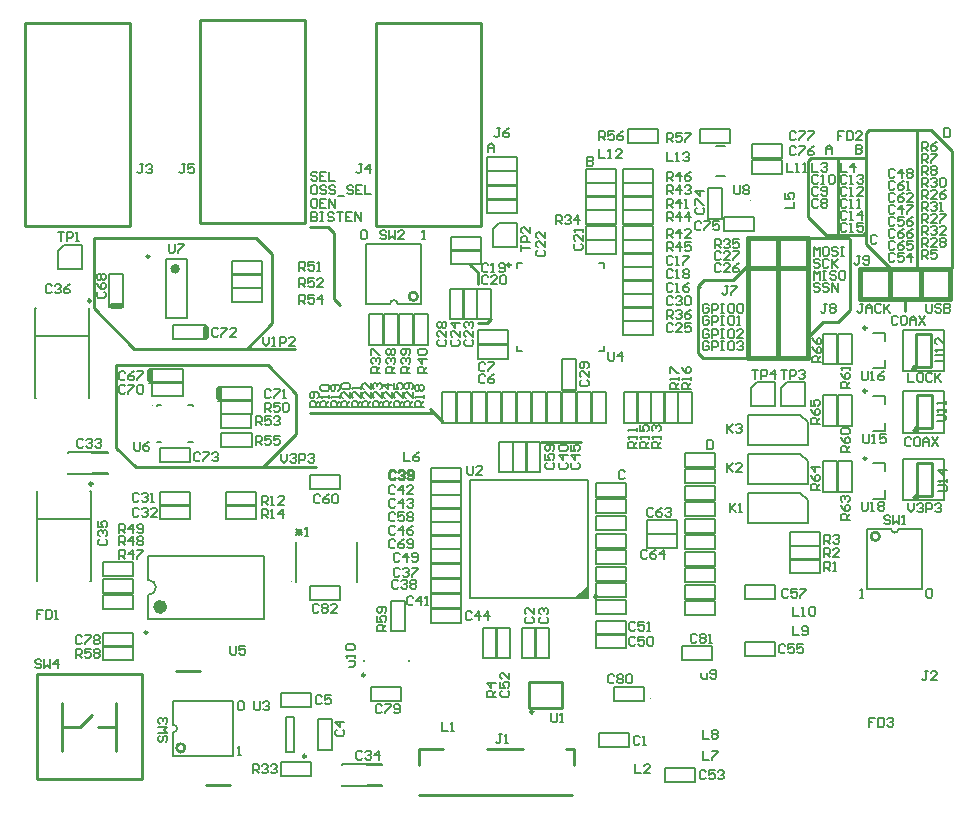
<source format=gto>
%FSLAX25Y25*%
%MOIN*%
G70*
G01*
G75*
%ADD10C,0.01200*%
%ADD11C,0.01100*%
%ADD12R,0.03000X0.03000*%
%ADD13R,0.01122X0.30709*%
%ADD14R,0.02362X0.12244*%
%ADD15R,0.02953X0.13031*%
%ADD16R,0.03000X0.03000*%
%ADD17R,0.03543X0.03150*%
%ADD18R,0.03100X0.03100*%
%ADD19R,0.04449X0.05787*%
%ADD20R,0.07874X0.04724*%
%ADD21R,0.09449X0.10236*%
%ADD22R,0.01200X0.05300*%
%ADD23R,0.07100X0.07500*%
%ADD24R,0.09100X0.07500*%
%ADD25R,0.05000X0.02992*%
%ADD26R,0.02992X0.05000*%
%ADD27R,0.00787X0.02658*%
%ADD28R,0.01496X0.06100*%
%ADD29R,0.05118X0.04921*%
%ADD30R,0.01969X0.01969*%
%ADD31R,0.01969X0.01969*%
%ADD32R,0.12992X0.17323*%
%ADD33R,0.15354X0.24410*%
%ADD34R,0.05787X0.04449*%
%ADD35R,0.01181X0.02047*%
%ADD36R,0.01181X0.01929*%
%ADD37R,0.05079X0.10709*%
%ADD38R,0.01063X0.03150*%
%ADD39R,0.05512X0.04724*%
%ADD40O,0.08661X0.02362*%
%ADD41R,0.03347X0.01102*%
%ADD42R,0.06496X0.09449*%
%ADD43R,0.02362X0.00984*%
%ADD44R,0.00984X0.02362*%
%ADD45R,0.20079X0.20079*%
%ADD46R,0.03937X0.02756*%
%ADD47C,0.00945*%
%ADD48C,0.03937*%
%ADD49C,0.02500*%
%ADD50C,0.00500*%
%ADD51C,0.01000*%
%ADD52C,0.00800*%
%ADD53C,0.02000*%
%ADD54C,0.01500*%
%ADD55C,0.00600*%
%ADD56C,0.06000*%
%ADD57C,0.07000*%
%ADD58C,0.12500*%
%ADD59C,0.09000*%
%ADD60C,0.05906*%
%ADD61C,0.07874*%
%ADD62R,0.05906X0.05906*%
%ADD63C,0.03100*%
%ADD64C,0.01400*%
%ADD65C,0.01969*%
%ADD66C,0.04000*%
%ADD67C,0.04800*%
%ADD68C,0.14500*%
%ADD69C,0.07500*%
%ADD70C,0.05937*%
%ADD71C,0.09874*%
%ADD72C,0.05543*%
%ADD73C,0.03400*%
%ADD74C,0.02700*%
%ADD75C,0.08000*%
%ADD76C,0.02787*%
%ADD77C,0.00984*%
%ADD78C,0.00787*%
%ADD79C,0.00394*%
%ADD80C,0.01575*%
%ADD81C,0.02362*%
%ADD82C,0.01600*%
G36*
X186685Y65815D02*
X182748D01*
X186685Y69752D01*
Y65815D01*
D02*
G37*
D50*
X223950Y217700D02*
Y222300D01*
X234050Y217700D02*
Y222300D01*
X223950Y217700D02*
X234050D01*
X223950Y222300D02*
X234050D01*
X199950Y217700D02*
Y222300D01*
X210050Y217700D02*
Y222300D01*
X199950Y217700D02*
X210050D01*
X199950Y222300D02*
X210050D01*
X291610Y98610D02*
X305390D01*
Y112390D01*
X291610Y98610D02*
Y112390D01*
X305390D01*
X291610Y121110D02*
X305390D01*
Y134890D01*
X291610Y121110D02*
Y134890D01*
X305390D01*
X291610Y141610D02*
X305390D01*
Y155390D01*
X291610Y141610D02*
Y155390D01*
X305390D01*
X198450Y158200D02*
Y162800D01*
X208550Y158200D02*
Y162800D01*
X198450Y158200D02*
X208550D01*
X198450Y162800D02*
X208550D01*
X138200Y124450D02*
X142800D01*
X138200Y134550D02*
X142800D01*
Y124450D02*
Y134550D01*
X138200Y124450D02*
Y134550D01*
X143200Y124450D02*
X147800D01*
X143200Y134550D02*
X147800D01*
Y124450D02*
Y134550D01*
X143200Y124450D02*
Y134550D01*
X265200Y123450D02*
Y133550D01*
X269800Y123450D02*
Y133550D01*
X265200D02*
X269800D01*
X265200Y123450D02*
X269800D01*
X265200Y101450D02*
X269800D01*
X265200Y111550D02*
X269800D01*
Y101450D02*
Y111550D01*
X265200Y101450D02*
Y111550D01*
X270200Y111550D02*
X274800D01*
X270200Y101450D02*
X274800D01*
X270200D02*
Y111550D01*
X274800Y101450D02*
Y111550D01*
X134450Y82200D02*
Y86800D01*
X144550Y82200D02*
Y86800D01*
X134450Y82200D02*
X144550D01*
X134450Y86800D02*
X144550D01*
X190450Y16200D02*
X200550D01*
X190450Y20800D02*
X200550D01*
X190450Y16200D02*
Y20800D01*
X200550Y16200D02*
Y20800D01*
X164700Y45950D02*
Y56050D01*
X169300Y45950D02*
Y56050D01*
X164700D02*
X169300D01*
X164700Y45950D02*
X169300D01*
X169200Y45950D02*
Y56050D01*
X173800Y45950D02*
Y56050D01*
X169200D02*
X173800D01*
X169200Y45950D02*
X173800D01*
X101300Y15450D02*
Y25550D01*
X96700Y15450D02*
Y25550D01*
Y15450D02*
X101300D01*
X96700Y25550D02*
X101300D01*
X84450Y29700D02*
X94550D01*
X84450Y34300D02*
X94550D01*
X84450Y29700D02*
Y34300D01*
X94550Y29700D02*
Y34300D01*
X43950Y101300D02*
X54050D01*
X43950Y96700D02*
X54050D01*
Y101300D01*
X43950Y96700D02*
Y101300D01*
X43950Y96800D02*
X54050D01*
X43950Y92200D02*
X54050D01*
Y96800D01*
X43950Y92200D02*
Y96800D01*
X134450Y77300D02*
X144550D01*
X134450Y72700D02*
X144550D01*
Y77300D01*
X134450Y72700D02*
Y77300D01*
Y72300D02*
X144550D01*
X134450Y67700D02*
X144550D01*
Y72300D01*
X134450Y67700D02*
Y72300D01*
X166300Y107950D02*
Y118050D01*
X161700Y107950D02*
Y118050D01*
Y107950D02*
X166300D01*
X161700Y118050D02*
X166300D01*
X134450Y67300D02*
X144550D01*
X134450Y62700D02*
X144550D01*
Y67300D01*
X134450Y62700D02*
Y67300D01*
Y104800D02*
X144550D01*
X134450Y100200D02*
X144550D01*
Y104800D01*
X134450Y100200D02*
Y104800D01*
Y100300D02*
X144550D01*
X134450Y95700D02*
X144550D01*
Y100300D01*
X134450Y95700D02*
Y100300D01*
Y62300D02*
X144550D01*
X134450Y57700D02*
X144550D01*
Y62300D01*
X134450Y57700D02*
Y62300D01*
X170800Y107950D02*
Y118050D01*
X166200Y107950D02*
Y118050D01*
Y107950D02*
X170800D01*
X166200Y118050D02*
X170800D01*
X134450Y91300D02*
X144550D01*
X134450Y86700D02*
X144550D01*
Y91300D01*
X134450Y86700D02*
Y91300D01*
X189450Y82700D02*
X199550D01*
X189450Y87300D02*
X199550D01*
X189450Y82700D02*
Y87300D01*
X199550Y82700D02*
Y87300D01*
X189450Y99700D02*
X199550D01*
X189450Y104300D02*
X199550D01*
X189450Y99700D02*
Y104300D01*
X199550Y99700D02*
Y104300D01*
X134450Y82300D02*
X144550D01*
X134450Y77700D02*
X144550D01*
Y82300D01*
X134450Y77700D02*
Y82300D01*
X189450Y49200D02*
X199550D01*
X189450Y53800D02*
X199550D01*
X189450Y49200D02*
Y53800D01*
X199550Y49200D02*
Y53800D01*
X189450Y53700D02*
X199550D01*
X189450Y58300D02*
X199550D01*
X189450Y53700D02*
Y58300D01*
X199550Y53700D02*
Y58300D01*
X156200Y45950D02*
Y56050D01*
X160800Y45950D02*
Y56050D01*
X156200D02*
X160800D01*
X156200Y45950D02*
X160800D01*
X212450Y4700D02*
X222550D01*
X212450Y9300D02*
X222550D01*
X212450Y4700D02*
Y9300D01*
X222550Y4700D02*
Y9300D01*
X189450Y60700D02*
X199550D01*
X189450Y65300D02*
X199550D01*
X189450Y60700D02*
Y65300D01*
X199550Y60700D02*
Y65300D01*
X238950Y46700D02*
X249050D01*
X238950Y51300D02*
X249050D01*
X238950Y46700D02*
Y51300D01*
X249050Y46700D02*
Y51300D01*
X189450Y77200D02*
X199550D01*
X189450Y81800D02*
X199550D01*
X189450Y77200D02*
Y81800D01*
X199550Y77200D02*
Y81800D01*
X238950Y65700D02*
X249050D01*
X238950Y70300D02*
X249050D01*
X238950Y65700D02*
Y70300D01*
X249050Y65700D02*
Y70300D01*
X134450Y95800D02*
X144550D01*
X134450Y91200D02*
X144550D01*
Y95800D01*
X134450Y91200D02*
Y95800D01*
X161800Y107950D02*
Y118050D01*
X157200Y107950D02*
Y118050D01*
Y107950D02*
X161800D01*
X157200Y118050D02*
X161800D01*
X93950Y102200D02*
X104050D01*
X93950Y106800D02*
X104050D01*
X93950Y102200D02*
Y106800D01*
X104050Y102200D02*
Y106800D01*
X189450Y94200D02*
X199550D01*
X189450Y98800D02*
X199550D01*
X189450Y94200D02*
Y98800D01*
X199550Y94200D02*
Y98800D01*
X189450Y88700D02*
X199550D01*
X189450Y93300D02*
X199550D01*
X189450Y88700D02*
Y93300D01*
X199550Y88700D02*
Y93300D01*
X206450Y87200D02*
X216550D01*
X206450Y91800D02*
X216550D01*
X206450Y87200D02*
Y91800D01*
X216550Y87200D02*
Y91800D01*
X206450Y82700D02*
X216550D01*
X206450Y87300D02*
X216550D01*
X206450Y82700D02*
Y87300D01*
X216550Y82700D02*
Y87300D01*
X189450Y66200D02*
X199550D01*
X189450Y70800D02*
X199550D01*
X189450Y66200D02*
Y70800D01*
X199550Y66200D02*
Y70800D01*
X189450Y71700D02*
X199550D01*
X189450Y76300D02*
X199550D01*
X189450Y71700D02*
Y76300D01*
X199550Y71700D02*
Y76300D01*
X40500Y142300D02*
X51600D01*
X40500Y137700D02*
X51600D01*
Y142300D01*
X41482Y133231D02*
X51581D01*
X41482Y137831D02*
X51581D01*
X41482Y133231D02*
Y137831D01*
X51581Y133231D02*
Y137831D01*
X63500Y136300D02*
X74600D01*
X63500Y131700D02*
X74600D01*
Y136300D01*
X43982Y115831D02*
X54081D01*
X43982Y111232D02*
X54081D01*
Y115831D01*
X43982Y111232D02*
Y115831D01*
X27200Y163000D02*
Y174100D01*
X31800Y163000D02*
Y174100D01*
X27200D02*
X31800D01*
X48400Y152200D02*
X59500D01*
X48400Y156800D02*
X59500D01*
X48400Y152200D02*
Y156800D01*
X24950Y49700D02*
X35050D01*
X24950Y54300D02*
X35050D01*
X24950Y49700D02*
Y54300D01*
X35050Y49700D02*
Y54300D01*
X114450Y31700D02*
X124550D01*
X114450Y36300D02*
X124550D01*
X114450Y31700D02*
Y36300D01*
X124550Y31700D02*
Y36300D01*
X195450D02*
X205550D01*
X195450Y31700D02*
X205550D01*
Y36300D01*
X195450Y31700D02*
Y36300D01*
X217950Y45200D02*
X228050D01*
X217950Y49800D02*
X228050D01*
X217950Y45200D02*
Y49800D01*
X228050Y45200D02*
Y49800D01*
X253950Y78800D02*
X264050D01*
X253950Y74200D02*
X264050D01*
Y78800D01*
X253950Y74200D02*
Y78800D01*
Y83300D02*
X264050D01*
X253950Y78700D02*
X264050D01*
Y83300D01*
X253950Y78700D02*
Y83300D01*
X253950Y87800D02*
X264050D01*
X253950Y83200D02*
X264050D01*
Y87800D01*
X253950Y83200D02*
Y87800D01*
X151700Y45950D02*
Y56050D01*
X156300Y45950D02*
Y56050D01*
X151700D02*
X156300D01*
X151700Y45950D02*
X156300D01*
X218950Y60200D02*
X229050D01*
X218950Y64800D02*
X229050D01*
X218950Y60200D02*
Y64800D01*
X229050Y60200D02*
Y64800D01*
X218950Y114300D02*
X229050D01*
X218950Y109700D02*
X229050D01*
Y114300D01*
X218950Y109700D02*
Y114300D01*
Y108800D02*
X229050D01*
X218950Y104200D02*
X229050D01*
Y108800D01*
X218950Y104200D02*
Y108800D01*
Y103300D02*
X229050D01*
X218950Y98700D02*
X229050D01*
Y103300D01*
X218950Y98700D02*
Y103300D01*
X65950Y96700D02*
X76050D01*
X65950Y101300D02*
X76050D01*
X65950Y96700D02*
Y101300D01*
X76050Y96700D02*
Y101300D01*
X207700Y124450D02*
Y134550D01*
X212300Y124450D02*
Y134550D01*
X207700D02*
X212300D01*
X207700Y124450D02*
X212300D01*
X65950Y92200D02*
X76050D01*
X65950Y96800D02*
X76050D01*
X65950Y92200D02*
Y96800D01*
X76050Y92200D02*
Y96800D01*
X203200Y124450D02*
Y134550D01*
X207800Y124450D02*
Y134550D01*
X203200D02*
X207800D01*
X203200Y124450D02*
X207800D01*
X198700Y124450D02*
Y134550D01*
X203300Y124450D02*
Y134550D01*
X198700D02*
X203300D01*
X198700Y124450D02*
X203300D01*
X216700Y124450D02*
Y134550D01*
X221300Y124450D02*
Y134550D01*
X216700D02*
X221300D01*
X216700Y124450D02*
X221300D01*
X212200D02*
Y134550D01*
X216800Y124450D02*
Y134550D01*
X212200D02*
X216800D01*
X212200Y124450D02*
X216800D01*
X188200D02*
Y134550D01*
X192800Y124450D02*
Y134550D01*
X188200D02*
X192800D01*
X188200Y124450D02*
X192800D01*
X148200D02*
Y134550D01*
X152800Y124450D02*
Y134550D01*
X148200D02*
X152800D01*
X148200Y124450D02*
X152800D01*
X153200D02*
Y134550D01*
X157800Y124450D02*
Y134550D01*
X153200D02*
X157800D01*
X153200Y124450D02*
X157800D01*
X158200D02*
Y134550D01*
X162800Y124450D02*
Y134550D01*
X158200D02*
X162800D01*
X158200Y124450D02*
X162800D01*
X163200Y124450D02*
Y134550D01*
X167800Y124450D02*
Y134550D01*
X163200D02*
X167800D01*
X163200Y124450D02*
X167800D01*
X168200Y124450D02*
Y134550D01*
X172800Y124450D02*
Y134550D01*
X168200D02*
X172800D01*
X168200Y124450D02*
X172800D01*
X173200D02*
Y134550D01*
X177800Y124450D02*
Y134550D01*
X173200D02*
X177800D01*
X173200Y124450D02*
X177800D01*
X178200D02*
Y134550D01*
X182800Y124450D02*
Y134550D01*
X178200D02*
X182800D01*
X178200Y124450D02*
X182800D01*
X218950Y92300D02*
X229050D01*
X218950Y87700D02*
X229050D01*
Y92300D01*
X218950Y87700D02*
Y92300D01*
Y81300D02*
X229050D01*
X218950Y76700D02*
X229050D01*
Y81300D01*
X218950Y76700D02*
Y81300D01*
Y70300D02*
X229050D01*
X218950Y65700D02*
X229050D01*
Y70300D01*
X218950Y65700D02*
Y70300D01*
X183200Y124450D02*
Y134550D01*
X187800Y124450D02*
Y134550D01*
X183200D02*
X187800D01*
X183200Y124450D02*
X187800D01*
X218950Y93200D02*
X229050D01*
X218950Y97800D02*
X229050D01*
X218950Y93200D02*
Y97800D01*
X229050Y93200D02*
Y97800D01*
X218950Y82200D02*
X229050D01*
X218950Y86800D02*
X229050D01*
X218950Y82200D02*
Y86800D01*
X229050Y82200D02*
Y86800D01*
X218950Y71200D02*
X229050D01*
X218950Y75800D02*
X229050D01*
X218950Y71200D02*
Y75800D01*
X229050Y71200D02*
Y75800D01*
X84450Y11300D02*
X94550D01*
X84450Y6700D02*
X94550D01*
Y11300D01*
X84450Y6700D02*
Y11300D01*
X24950Y62200D02*
X35050D01*
X24950Y66800D02*
X35050D01*
X24950Y62200D02*
Y66800D01*
X35050Y62200D02*
Y66800D01*
X24950Y67700D02*
X35050D01*
X24950Y72300D02*
X35050D01*
X24950Y67700D02*
Y72300D01*
X35050Y67700D02*
Y72300D01*
X24950Y73200D02*
X35050D01*
X24950Y77800D02*
X35050D01*
X24950Y73200D02*
Y77800D01*
X35050Y73200D02*
Y77800D01*
X64481Y127232D02*
X74581D01*
X64481Y131832D02*
X74581D01*
X64481Y127232D02*
Y131832D01*
X74581Y127232D02*
Y131832D01*
X64450Y122700D02*
X74550D01*
X64450Y127300D02*
X74550D01*
X64450Y122700D02*
Y127300D01*
X74550Y122700D02*
Y127300D01*
X64481Y120832D02*
X74581D01*
X64481Y116232D02*
X74581D01*
Y120832D01*
X64481Y116232D02*
Y120832D01*
X67950Y178300D02*
X78050D01*
X67950Y173700D02*
X78050D01*
Y178300D01*
X67950Y173700D02*
Y178300D01*
X67950Y173800D02*
X78050D01*
X67950Y169200D02*
X78050D01*
Y173800D01*
X67950Y169200D02*
Y173800D01*
X67950Y164700D02*
X78050D01*
X67950Y169300D02*
X78050D01*
X67950Y164700D02*
Y169300D01*
X78050Y164700D02*
Y169300D01*
X24950Y49800D02*
X35050D01*
X24950Y45200D02*
X35050D01*
Y49800D01*
X24950Y45200D02*
Y49800D01*
X121200Y54950D02*
Y65050D01*
X125800Y54950D02*
Y65050D01*
X121200D02*
X125800D01*
X121200Y54950D02*
X125800D01*
X274800Y123450D02*
Y133550D01*
X270200Y123450D02*
Y133550D01*
Y123450D02*
X274800D01*
X270200Y133550D02*
X274800D01*
X274800Y143950D02*
Y154050D01*
X270200Y143950D02*
Y154050D01*
Y143950D02*
X274800D01*
X270200Y154050D02*
X274800D01*
X265200Y143950D02*
Y154050D01*
X269800Y143950D02*
Y154050D01*
X265200D02*
X269800D01*
X265200Y143950D02*
X269800D01*
X134450Y109300D02*
X144550D01*
X134450Y104700D02*
X144550D01*
Y109300D01*
X134450Y104700D02*
Y109300D01*
X104050Y65200D02*
Y69800D01*
X93950Y65200D02*
Y69800D01*
X104050D01*
X93950Y65200D02*
X104050D01*
X149950Y145700D02*
X160050D01*
X149950Y150300D02*
X160050D01*
X149950Y145700D02*
Y150300D01*
X160050Y145700D02*
Y150300D01*
X149950Y150700D02*
X160050D01*
X149950Y155300D02*
X160050D01*
X149950Y150700D02*
Y155300D01*
X160050Y150700D02*
Y155300D01*
X152950Y194200D02*
X163050D01*
X152950Y198800D02*
X163050D01*
X152950Y194200D02*
Y198800D01*
X163050Y194200D02*
Y198800D01*
X152950Y198700D02*
X163050D01*
X152950Y203300D02*
X163050D01*
X152950Y198700D02*
Y203300D01*
X163050Y198700D02*
Y203300D01*
X152950Y203700D02*
X163050D01*
X152950Y208300D02*
X163050D01*
X152950Y203700D02*
Y208300D01*
X163050Y203700D02*
Y208300D01*
X185950Y195300D02*
X196050D01*
X185950Y190700D02*
X196050D01*
Y195300D01*
X185950Y190700D02*
Y195300D01*
Y199800D02*
X196050D01*
X185950Y195200D02*
X196050D01*
Y199800D01*
X185950Y195200D02*
Y199800D01*
Y204300D02*
X196050D01*
X185950Y199700D02*
X196050D01*
Y204300D01*
X185950Y199700D02*
Y204300D01*
Y185200D02*
X196050D01*
X185950Y189800D02*
X196050D01*
X185950Y185200D02*
Y189800D01*
X196050Y185200D02*
Y189800D01*
X185950Y180700D02*
X196050D01*
X185950Y185300D02*
X196050D01*
X185950Y180700D02*
Y185300D01*
X196050Y180700D02*
Y185300D01*
X198450Y171800D02*
X208550D01*
X198450Y167200D02*
X208550D01*
Y171800D01*
X198450Y167200D02*
Y171800D01*
Y180800D02*
X208550D01*
X198450Y176200D02*
X208550D01*
Y180800D01*
X198450Y176200D02*
Y180800D01*
Y176300D02*
X208550D01*
X198450Y171700D02*
X208550D01*
Y176300D01*
X198450Y171700D02*
Y176300D01*
X140950Y181700D02*
X151050D01*
X140950Y186300D02*
X151050D01*
X140950Y181700D02*
Y186300D01*
X151050Y181700D02*
Y186300D01*
X140950Y177200D02*
X151050D01*
X140950Y181800D02*
X151050D01*
X140950Y177200D02*
Y181800D01*
X151050Y177200D02*
Y181800D01*
X149700Y158950D02*
Y169050D01*
X154300Y158950D02*
Y169050D01*
X149700D02*
X154300D01*
X149700Y158950D02*
X154300D01*
X145200D02*
Y169050D01*
X149800Y158950D02*
Y169050D01*
X145200D02*
X149800D01*
X145200Y158950D02*
X149800D01*
X198450Y158300D02*
X208550D01*
X198450Y153700D02*
X208550D01*
Y158300D01*
X198450Y153700D02*
Y158300D01*
X140700Y158950D02*
Y169050D01*
X145300Y158950D02*
Y169050D01*
X140700D02*
X145300D01*
X140700Y158950D02*
X145300D01*
X182800Y135450D02*
Y145550D01*
X178200Y135450D02*
Y145550D01*
Y135450D02*
X182800D01*
X178200Y145550D02*
X182800D01*
X198450Y167300D02*
X208550D01*
X198450Y162700D02*
X208550D01*
Y167300D01*
X198450Y162700D02*
Y167300D01*
X152950Y208200D02*
Y212800D01*
X163050Y208200D02*
Y212800D01*
X152950Y208200D02*
X163050D01*
X152950Y212800D02*
X163050D01*
X196050Y204200D02*
Y208800D01*
X185950Y204200D02*
Y208800D01*
X196050D01*
X185950Y204200D02*
X196050D01*
X118300Y150450D02*
Y160550D01*
X113700Y150450D02*
Y160550D01*
Y150450D02*
X118300D01*
X113700Y160550D02*
X118300D01*
X123300Y150450D02*
Y160550D01*
X118700Y150450D02*
Y160550D01*
Y150450D02*
X123300D01*
X118700Y160550D02*
X123300D01*
X128300Y150450D02*
Y160550D01*
X123700Y150450D02*
Y160550D01*
Y150450D02*
X128300D01*
X123700Y160550D02*
X128300D01*
X133300Y150450D02*
Y160550D01*
X128700Y150450D02*
Y160550D01*
Y150450D02*
X133300D01*
X128700Y160550D02*
X133300D01*
X198450Y199800D02*
X208550D01*
X198450Y195200D02*
X208550D01*
Y199800D01*
X198450Y195200D02*
Y199800D01*
Y189800D02*
X208550D01*
X198450Y185200D02*
X208550D01*
Y189800D01*
X198450Y185200D02*
Y189800D01*
Y204300D02*
X208550D01*
X198450Y199700D02*
X208550D01*
Y204300D01*
X198450Y199700D02*
Y204300D01*
Y190700D02*
X208550D01*
X198450Y195300D02*
X208550D01*
X198450Y190700D02*
Y195300D01*
X208550Y190700D02*
Y195300D01*
X198450Y180700D02*
X208550D01*
X198450Y185300D02*
X208550D01*
X198450Y180700D02*
Y185300D01*
X208550Y180700D02*
Y185300D01*
X198450Y204200D02*
X208550D01*
X198450Y208800D02*
X208550D01*
X198450Y204200D02*
Y208800D01*
X208550Y204200D02*
Y208800D01*
X231300Y192450D02*
Y202550D01*
X226700Y192450D02*
Y202550D01*
Y192450D02*
X231300D01*
X226700Y202550D02*
X231300D01*
X231950Y188200D02*
X242050D01*
X231950Y192800D02*
X242050D01*
X231950Y188200D02*
Y192800D01*
X242050Y188200D02*
Y192800D01*
X241450Y217300D02*
X251550D01*
X241450Y212700D02*
X251550D01*
Y217300D01*
X241450Y212700D02*
Y217300D01*
Y207200D02*
Y211800D01*
X251550Y207200D02*
Y211800D01*
X241450Y207200D02*
X251550D01*
X241450Y211800D02*
X251550D01*
D51*
X296707Y99500D02*
G03*
X296707Y99500I-707J0D01*
G01*
X283914Y86500D02*
G03*
X283914Y86500I-1414J0D01*
G01*
X52414Y16000D02*
G03*
X52414Y16000I-1414J0D01*
G01*
X168500Y28000D02*
G03*
X168500Y28000I-500J0D01*
G01*
X296707Y122000D02*
G03*
X296707Y122000I-707J0D01*
G01*
X296207Y142500D02*
G03*
X296207Y142500I-707J0D01*
G01*
X129914Y166500D02*
G03*
X129914Y166500I-1414J0D01*
G01*
X292500Y161500D02*
Y165500D01*
X301000Y222000D02*
X308000Y215000D01*
X279500Y184000D02*
X287500Y176000D01*
X279500Y184000D02*
Y221000D01*
X287500Y176000D02*
X290500D01*
X29500Y143500D02*
X80000D01*
X78500Y109500D02*
X96000D01*
X80000Y143500D02*
X89500Y134000D01*
Y120500D02*
Y134000D01*
X78500Y109500D02*
X89500Y120500D01*
X36000Y109500D02*
X82000D01*
X29500Y116000D02*
X36000Y109500D01*
X29500Y116000D02*
Y143500D01*
X73000Y149000D02*
X89000D01*
X22000Y162500D02*
Y186000D01*
Y162500D02*
X35500Y149000D01*
X73000D01*
X81500Y157500D01*
Y180500D01*
X76000Y186000D02*
X81500Y180500D01*
X22000Y186000D02*
X76000D01*
X270000Y187400D02*
X270200Y187200D01*
X270000Y187400D02*
Y212500D01*
X296500Y176000D02*
Y221500D01*
X223500Y169500D02*
Y170000D01*
X225500Y172000D01*
X235000D01*
X240000Y177000D01*
X260000Y186000D02*
X273500D01*
X274000Y185500D01*
Y162000D02*
Y185500D01*
X270000Y158000D02*
X274000Y162000D01*
X265000Y158000D02*
X270000D01*
X260000Y153000D02*
X265000Y158000D01*
X225000Y146000D02*
X240000D01*
X223500Y147500D02*
X225000Y146000D01*
X223500Y147500D02*
Y169500D01*
X224000D01*
X278500Y187000D02*
X279000Y187500D01*
X266000Y187000D02*
X278500D01*
X260000Y193000D02*
X266000Y187000D01*
X260000Y193000D02*
Y211500D01*
X261000Y212500D01*
X279500D01*
X153000Y157500D02*
X154300Y158950D01*
X150000Y157500D02*
X153000D01*
X147500Y177000D02*
X150000Y174500D01*
Y170500D02*
Y174500D01*
X134000Y129000D02*
X138500Y124500D01*
X171000Y118000D02*
X184500D01*
X57500Y191000D02*
X92500D01*
Y258500D01*
X57500D02*
X92500D01*
X57500Y191000D02*
Y258500D01*
X116000Y190000D02*
X151000D01*
Y257500D01*
X116000D02*
X151000D01*
X116000Y190000D02*
Y257500D01*
X-1000Y190000D02*
X34000D01*
Y257500D01*
X-1000D02*
X34000D01*
X-1000Y190000D02*
Y257500D01*
X296500Y102000D02*
Y111000D01*
X301500D01*
Y100000D02*
Y111000D01*
X296500Y100000D02*
Y102000D01*
Y100000D02*
X301500D01*
X130450Y15775D02*
X138450D01*
X130450Y10275D02*
Y15775D01*
X179450D02*
X181950D01*
Y10275D02*
Y15775D01*
X152950D02*
X164950D01*
X130450Y275D02*
X181450D01*
X17500Y23000D02*
X21500Y27000D01*
X11500Y23000D02*
X17500D01*
X23500D02*
X29500D01*
Y15000D02*
Y31000D01*
X11500Y15000D02*
Y31000D01*
X3000Y40500D02*
X38000D01*
X3000Y5500D02*
X38000D01*
Y40500D01*
X3000Y5500D02*
Y40500D01*
X167100Y37800D02*
X178100D01*
X167100Y29300D02*
Y37800D01*
X178100Y29300D02*
Y37800D01*
X167100Y29300D02*
X178100D01*
X296500Y122500D02*
X301500D01*
X296500D02*
Y124500D01*
X301500Y122500D02*
Y133500D01*
X296500D02*
X301500D01*
X296500Y124500D02*
Y133500D01*
X296000Y143000D02*
X301000D01*
X296000D02*
Y145000D01*
X301000Y143000D02*
Y154000D01*
X296000D02*
X301000D01*
X296000Y145000D02*
Y154000D01*
X94000Y127700D02*
X135300D01*
X134000Y129000D02*
X135300Y127700D01*
X308000Y176000D02*
Y215000D01*
X290500Y176000D02*
X308000D01*
X279500Y221000D02*
X280500Y222000D01*
X301000D01*
X240000Y177000D02*
Y178500D01*
X49500Y41500D02*
X57500D01*
X59500Y3500D02*
X67500D01*
X94000Y189500D02*
X100000D01*
X102000Y187500D01*
Y165500D02*
Y187500D01*
Y165500D02*
X104000Y163500D01*
X122499Y107999D02*
X122000Y108499D01*
X121000D01*
X120500Y107999D01*
Y106000D01*
X121000Y105500D01*
X122000D01*
X122499Y106000D01*
X123499Y107999D02*
X123999Y108499D01*
X124999D01*
X125498Y107999D01*
Y107499D01*
X124999Y107000D01*
X124499D01*
X124999D01*
X125498Y106500D01*
Y106000D01*
X124999Y105500D01*
X123999D01*
X123499Y106000D01*
X126498D02*
X126998Y105500D01*
X127998D01*
X128497Y106000D01*
Y107999D01*
X127998Y108499D01*
X126998D01*
X126498Y107999D01*
Y107499D01*
X126998Y107000D01*
X128497D01*
D52*
X251000Y136000D02*
X253000Y138000D01*
X259000D01*
Y130000D02*
Y138000D01*
X251000Y130000D02*
X259000D01*
X251000D02*
Y136000D01*
X241000D02*
X243000Y138000D01*
X249000D01*
Y130000D02*
Y138000D01*
X241000Y130000D02*
X249000D01*
X241000D02*
Y136000D01*
X240000Y101000D02*
X257500D01*
X240000Y91000D02*
Y101000D01*
Y91000D02*
X260000D01*
Y98500D01*
X257500Y101000D02*
X260000Y98500D01*
X240000Y114000D02*
X257500D01*
X240000Y104000D02*
Y114000D01*
Y104000D02*
X260000D01*
Y111500D01*
X257500Y114000D02*
X260000Y111500D01*
X240000Y127000D02*
X257500D01*
X240000Y117000D02*
Y127000D01*
Y117000D02*
X260000D01*
Y124500D01*
X257500Y127000D02*
X260000Y124500D01*
X10000Y175500D02*
Y181500D01*
Y175500D02*
X18000D01*
Y183500D01*
X12000D02*
X18000D01*
X10000Y181500D02*
X12000Y183500D01*
X155000Y183000D02*
Y189000D01*
Y183000D02*
X163000D01*
Y191000D01*
X157000D02*
X163000D01*
X155000Y189000D02*
X157000Y191000D01*
X289999Y159499D02*
X289499Y159999D01*
X288500D01*
X288000Y159499D01*
Y157500D01*
X288500Y157000D01*
X289499D01*
X289999Y157500D01*
X292498Y159999D02*
X291499D01*
X290999Y159499D01*
Y157500D01*
X291499Y157000D01*
X292498D01*
X292998Y157500D01*
Y159499D01*
X292498Y159999D01*
X293998Y157000D02*
Y158999D01*
X294998Y159999D01*
X295997Y158999D01*
Y157000D01*
Y158500D01*
X293998D01*
X296997Y159999D02*
X298996Y157000D01*
Y159999D02*
X296997Y157000D01*
X299500Y163999D02*
Y161500D01*
X300000Y161000D01*
X300999D01*
X301499Y161500D01*
Y163999D01*
X304498Y163499D02*
X303998Y163999D01*
X302999D01*
X302499Y163499D01*
Y162999D01*
X302999Y162499D01*
X303998D01*
X304498Y162000D01*
Y161500D01*
X303998Y161000D01*
X302999D01*
X302499Y161500D01*
X305498Y163999D02*
Y161000D01*
X306998D01*
X307497Y161500D01*
Y162000D01*
X306998Y162499D01*
X305498D01*
X306998D01*
X307497Y162999D01*
Y163499D01*
X306998Y163999D01*
X305498D01*
X278499D02*
X277500D01*
X277999D01*
Y161500D01*
X277500Y161000D01*
X277000D01*
X276500Y161500D01*
X279499Y161000D02*
Y162999D01*
X280499Y163999D01*
X281498Y162999D01*
Y161000D01*
Y162499D01*
X279499D01*
X284497Y163499D02*
X283998Y163999D01*
X282998D01*
X282498Y163499D01*
Y161500D01*
X282998Y161000D01*
X283998D01*
X284497Y161500D01*
X285497Y163999D02*
Y161000D01*
Y162000D01*
X287496Y163999D01*
X285997Y162499D01*
X287496Y161000D01*
X277499Y179999D02*
X276500D01*
X276999D01*
Y177500D01*
X276500Y177000D01*
X276000D01*
X275500Y177500D01*
X278499D02*
X278999Y177000D01*
X279998D01*
X280498Y177500D01*
Y179499D01*
X279998Y179999D01*
X278999D01*
X278499Y179499D01*
Y178999D01*
X278999Y178499D01*
X280498D01*
X157499Y222499D02*
X156500D01*
X157000D01*
Y220000D01*
X156500Y219500D01*
X156000D01*
X155500Y220000D01*
X160498Y222499D02*
X159499Y221999D01*
X158499Y221000D01*
Y220000D01*
X158999Y219500D01*
X159999D01*
X160498Y220000D01*
Y220500D01*
X159999Y221000D01*
X158499D01*
X293500Y140999D02*
Y138000D01*
X295499D01*
X297998Y140999D02*
X296999D01*
X296499Y140499D01*
Y138500D01*
X296999Y138000D01*
X297998D01*
X298498Y138500D01*
Y140499D01*
X297998Y140999D01*
X301497Y140499D02*
X300998Y140999D01*
X299998D01*
X299498Y140499D01*
Y138500D01*
X299998Y138000D01*
X300998D01*
X301497Y138500D01*
X302497Y140999D02*
Y138000D01*
Y139000D01*
X304496Y140999D01*
X302997Y139499D01*
X304496Y138000D01*
X294499Y118999D02*
X294000Y119499D01*
X293000D01*
X292500Y118999D01*
Y117000D01*
X293000Y116500D01*
X294000D01*
X294499Y117000D01*
X296999Y119499D02*
X295999D01*
X295499Y118999D01*
Y117000D01*
X295999Y116500D01*
X296999D01*
X297498Y117000D01*
Y118999D01*
X296999Y119499D01*
X298498Y116500D02*
Y118499D01*
X299498Y119499D01*
X300497Y118499D01*
Y116500D01*
Y117999D01*
X298498D01*
X301497Y119499D02*
X303496Y116500D01*
Y119499D02*
X301497Y116500D01*
X293500Y97499D02*
Y95500D01*
X294500Y94500D01*
X295499Y95500D01*
Y97499D01*
X296499Y96999D02*
X296999Y97499D01*
X297998D01*
X298498Y96999D01*
Y96499D01*
X297998Y95999D01*
X297499D01*
X297998D01*
X298498Y95500D01*
Y95000D01*
X297998Y94500D01*
X296999D01*
X296499Y95000D01*
X299498Y94500D02*
Y97499D01*
X300998D01*
X301497Y96999D01*
Y95999D01*
X300998Y95500D01*
X299498D01*
X302497Y96999D02*
X302997Y97499D01*
X303997D01*
X304496Y96999D01*
Y96499D01*
X303997Y95999D01*
X303497D01*
X303997D01*
X304496Y95500D01*
Y95000D01*
X303997Y94500D01*
X302997D01*
X302497Y95000D01*
X213000Y159000D02*
Y161999D01*
X214499D01*
X214999Y161499D01*
Y160500D01*
X214499Y160000D01*
X213000D01*
X214000D02*
X214999Y159000D01*
X215999Y161499D02*
X216499Y161999D01*
X217498D01*
X217998Y161499D01*
Y160999D01*
X217498Y160500D01*
X216999D01*
X217498D01*
X217998Y160000D01*
Y159500D01*
X217498Y159000D01*
X216499D01*
X215999Y159500D01*
X220997Y161999D02*
X219998Y161499D01*
X218998Y160500D01*
Y159500D01*
X219498Y159000D01*
X220498D01*
X220997Y159500D01*
Y160000D01*
X220498Y160500D01*
X218998D01*
X241500Y141999D02*
X243499D01*
X242500D01*
Y139000D01*
X244499D02*
Y141999D01*
X245999D01*
X246498Y141499D01*
Y140499D01*
X245999Y140000D01*
X244499D01*
X248998Y139000D02*
Y141999D01*
X247498Y140499D01*
X249497D01*
X251000Y141999D02*
X252999D01*
X252000D01*
Y139000D01*
X253999D02*
Y141999D01*
X255499D01*
X255998Y141499D01*
Y140499D01*
X255499Y140000D01*
X253999D01*
X256998Y141499D02*
X257498Y141999D01*
X258498D01*
X258997Y141499D01*
Y140999D01*
X258498Y140499D01*
X257998D01*
X258498D01*
X258997Y140000D01*
Y139500D01*
X258498Y139000D01*
X257498D01*
X256998Y139500D01*
X266249Y163999D02*
X265250D01*
X265750D01*
Y161500D01*
X265250Y161000D01*
X264750D01*
X264250Y161500D01*
X267249Y163499D02*
X267749Y163999D01*
X268748D01*
X269248Y163499D01*
Y162999D01*
X268748Y162499D01*
X269248Y162000D01*
Y161500D01*
X268748Y161000D01*
X267749D01*
X267249Y161500D01*
Y162000D01*
X267749Y162499D01*
X267249Y162999D01*
Y163499D01*
X267749Y162499D02*
X268748D01*
X233499Y169999D02*
X232500D01*
X232999D01*
Y167500D01*
X232500Y167000D01*
X232000D01*
X231500Y167500D01*
X234499Y169999D02*
X236498D01*
Y169499D01*
X234499Y167500D01*
Y167000D01*
X278000Y97999D02*
Y95500D01*
X278500Y95000D01*
X279500D01*
X279999Y95500D01*
Y97999D01*
X280999Y95000D02*
X281999D01*
X281499D01*
Y97999D01*
X280999Y97499D01*
X283498D02*
X283998Y97999D01*
X284998D01*
X285498Y97499D01*
Y96999D01*
X284998Y96500D01*
X285498Y96000D01*
Y95500D01*
X284998Y95000D01*
X283998D01*
X283498Y95500D01*
Y96000D01*
X283998Y96500D01*
X283498Y96999D01*
Y97499D01*
X283998Y96500D02*
X284998D01*
X278000Y141499D02*
Y139000D01*
X278500Y138500D01*
X279500D01*
X279999Y139000D01*
Y141499D01*
X280999Y138500D02*
X281999D01*
X281499D01*
Y141499D01*
X280999Y140999D01*
X285498Y141499D02*
X284498Y140999D01*
X283498Y139999D01*
Y139000D01*
X283998Y138500D01*
X284998D01*
X285498Y139000D01*
Y139500D01*
X284998Y139999D01*
X283498D01*
X302501Y145000D02*
X305000D01*
X305500Y145500D01*
Y146500D01*
X305000Y146999D01*
X302501D01*
X305500Y147999D02*
Y148999D01*
Y148499D01*
X302501D01*
X303001Y147999D01*
X305500Y152498D02*
Y150498D01*
X303501Y152498D01*
X303001D01*
X302501Y151998D01*
Y150998D01*
X303001Y150498D01*
X303001Y125000D02*
X305500D01*
X306000Y125500D01*
Y126499D01*
X305500Y126999D01*
X303001D01*
X306000Y127999D02*
Y128999D01*
Y128499D01*
X303001D01*
X303501Y127999D01*
X306000Y130498D02*
Y131498D01*
Y130998D01*
X303001D01*
X303501Y130498D01*
X264500Y144500D02*
X261501D01*
Y146000D01*
X262001Y146499D01*
X263000D01*
X263500Y146000D01*
Y144500D01*
Y145500D02*
X264500Y146499D01*
X261501Y149498D02*
X262001Y148499D01*
X263000Y147499D01*
X264000D01*
X264500Y147999D01*
Y148999D01*
X264000Y149498D01*
X263500D01*
X263000Y148999D01*
Y147499D01*
X261501Y152497D02*
X262001Y151498D01*
X263000Y150498D01*
X264000D01*
X264500Y150998D01*
Y151998D01*
X264000Y152497D01*
X263500D01*
X263000Y151998D01*
Y150498D01*
X274000Y136000D02*
X271001D01*
Y137499D01*
X271501Y137999D01*
X272500D01*
X273000Y137499D01*
Y136000D01*
Y137000D02*
X274000Y137999D01*
X271001Y140998D02*
X271501Y139999D01*
X272500Y138999D01*
X273500D01*
X274000Y139499D01*
Y140499D01*
X273500Y140998D01*
X273000D01*
X272500Y140499D01*
Y138999D01*
X274000Y141998D02*
Y142998D01*
Y142498D01*
X271001D01*
X271501Y141998D01*
X274000Y114500D02*
X271001D01*
Y115999D01*
X271501Y116499D01*
X272500D01*
X273000Y115999D01*
Y114500D01*
Y115500D02*
X274000Y116499D01*
X271001Y119498D02*
X271501Y118499D01*
X272500Y117499D01*
X273500D01*
X274000Y117999D01*
Y118999D01*
X273500Y119498D01*
X273000D01*
X272500Y118999D01*
Y117499D01*
X271501Y120498D02*
X271001Y120998D01*
Y121998D01*
X271501Y122497D01*
X273500D01*
X274000Y121998D01*
Y120998D01*
X273500Y120498D01*
X271501D01*
X146500Y109999D02*
Y107500D01*
X147000Y107000D01*
X148000D01*
X148499Y107500D01*
Y109999D01*
X151498Y107000D02*
X149499D01*
X151498Y108999D01*
Y109499D01*
X150999Y109999D01*
X149999D01*
X149499Y109499D01*
X224500Y40999D02*
Y39500D01*
X225000Y39000D01*
X226499D01*
Y40999D01*
X227499Y39500D02*
X227999Y39000D01*
X228998D01*
X229498Y39500D01*
Y41499D01*
X228998Y41999D01*
X227999D01*
X227499Y41499D01*
Y40999D01*
X227999Y40499D01*
X229498D01*
X47000Y183999D02*
Y181500D01*
X47500Y181000D01*
X48500D01*
X48999Y181500D01*
Y183999D01*
X49999D02*
X51998D01*
Y183499D01*
X49999Y181500D01*
Y181000D01*
X35500Y117999D02*
Y115500D01*
X36000Y115000D01*
X36999D01*
X37499Y115500D01*
Y117999D01*
X40498D02*
X39499Y117499D01*
X38499Y116499D01*
Y115500D01*
X38999Y115000D01*
X39999D01*
X40498Y115500D01*
Y116000D01*
X39999Y116499D01*
X38499D01*
X67500Y49999D02*
Y47500D01*
X68000Y47000D01*
X68999D01*
X69499Y47500D01*
Y49999D01*
X72498D02*
X70499D01*
Y48500D01*
X71499Y48999D01*
X71999D01*
X72498Y48500D01*
Y47500D01*
X71999Y47000D01*
X70999D01*
X70499Y47500D01*
X75500Y31499D02*
Y29000D01*
X76000Y28500D01*
X77000D01*
X77499Y29000D01*
Y31499D01*
X78499Y30999D02*
X78999Y31499D01*
X79999D01*
X80498Y30999D01*
Y30499D01*
X79999Y30000D01*
X79499D01*
X79999D01*
X80498Y29500D01*
Y29000D01*
X79999Y28500D01*
X78999D01*
X78499Y29000D01*
X174500Y27499D02*
Y25000D01*
X175000Y24500D01*
X175999D01*
X176499Y25000D01*
Y27499D01*
X177499Y24500D02*
X178499D01*
X177999D01*
Y27499D01*
X177499Y26999D01*
X4499Y44999D02*
X4000Y45499D01*
X3000D01*
X2500Y44999D01*
Y44499D01*
X3000Y44000D01*
X4000D01*
X4499Y43500D01*
Y43000D01*
X4000Y42500D01*
X3000D01*
X2500Y43000D01*
X5499Y45499D02*
Y42500D01*
X6499Y43500D01*
X7498Y42500D01*
Y45499D01*
X9998Y42500D02*
Y45499D01*
X8498Y44000D01*
X10498D01*
X44001Y19999D02*
X43501Y19500D01*
Y18500D01*
X44001Y18000D01*
X44501D01*
X45000Y18500D01*
Y19500D01*
X45500Y19999D01*
X46000D01*
X46500Y19500D01*
Y18500D01*
X46000Y18000D01*
X43501Y20999D02*
X46500D01*
X45500Y21999D01*
X46500Y22998D01*
X43501D01*
X44001Y23998D02*
X43501Y24498D01*
Y25498D01*
X44001Y25997D01*
X44501D01*
X45000Y25498D01*
Y24998D01*
Y25498D01*
X45500Y25997D01*
X46000D01*
X46500Y25498D01*
Y24498D01*
X46000Y23998D01*
X287499Y92999D02*
X287000Y93499D01*
X286000D01*
X285500Y92999D01*
Y92499D01*
X286000Y92000D01*
X287000D01*
X287499Y91500D01*
Y91000D01*
X287000Y90500D01*
X286000D01*
X285500Y91000D01*
X288499Y93499D02*
Y90500D01*
X289499Y91500D01*
X290498Y90500D01*
Y93499D01*
X291498Y90500D02*
X292498D01*
X291998D01*
Y93499D01*
X291498Y92999D01*
X119500Y55000D02*
X116501D01*
Y56499D01*
X117001Y56999D01*
X118000D01*
X118500Y56499D01*
Y55000D01*
Y56000D02*
X119500Y56999D01*
X116501Y59998D02*
Y57999D01*
X118000D01*
X117501Y58999D01*
Y59499D01*
X118000Y59998D01*
X119000D01*
X119500Y59499D01*
Y58499D01*
X119000Y57999D01*
Y60998D02*
X119500Y61498D01*
Y62498D01*
X119000Y62997D01*
X117001D01*
X116501Y62498D01*
Y61498D01*
X117001Y60998D01*
X117501D01*
X118000Y61498D01*
Y62997D01*
X16000Y46000D02*
Y48999D01*
X17500D01*
X17999Y48499D01*
Y47499D01*
X17500Y47000D01*
X16000D01*
X17000D02*
X17999Y46000D01*
X20998Y48999D02*
X18999D01*
Y47499D01*
X19999Y47999D01*
X20499D01*
X20998Y47499D01*
Y46500D01*
X20499Y46000D01*
X19499D01*
X18999Y46500D01*
X21998Y48499D02*
X22498Y48999D01*
X23498D01*
X23997Y48499D01*
Y47999D01*
X23498Y47499D01*
X23997Y47000D01*
Y46500D01*
X23498Y46000D01*
X22498D01*
X21998Y46500D01*
Y47000D01*
X22498Y47499D01*
X21998Y47999D01*
Y48499D01*
X22498Y47499D02*
X23498D01*
X90500Y164000D02*
Y166999D01*
X92000D01*
X92499Y166499D01*
Y165499D01*
X92000Y165000D01*
X90500D01*
X91500D02*
X92499Y164000D01*
X95498Y166999D02*
X93499D01*
Y165499D01*
X94499Y165999D01*
X94999D01*
X95498Y165499D01*
Y164500D01*
X94999Y164000D01*
X93999D01*
X93499Y164500D01*
X97998Y164000D02*
Y166999D01*
X96498Y165499D01*
X98497D01*
X90500Y169500D02*
Y172499D01*
X92000D01*
X92499Y171999D01*
Y171000D01*
X92000Y170500D01*
X90500D01*
X91500D02*
X92499Y169500D01*
X95498Y172499D02*
X93499D01*
Y171000D01*
X94499Y171499D01*
X94999D01*
X95498Y171000D01*
Y170000D01*
X94999Y169500D01*
X93999D01*
X93499Y170000D01*
X98497Y169500D02*
X96498D01*
X98497Y171499D01*
Y171999D01*
X97998Y172499D01*
X96998D01*
X96498Y171999D01*
X90500Y175000D02*
Y177999D01*
X92000D01*
X92499Y177499D01*
Y176499D01*
X92000Y176000D01*
X90500D01*
X91500D02*
X92499Y175000D01*
X95498Y177999D02*
X93499D01*
Y176499D01*
X94499Y176999D01*
X94999D01*
X95498Y176499D01*
Y175500D01*
X94999Y175000D01*
X93999D01*
X93499Y175500D01*
X96498Y175000D02*
X97498D01*
X96998D01*
Y177999D01*
X96498Y177499D01*
X76000Y117000D02*
Y119999D01*
X77500D01*
X77999Y119499D01*
Y118500D01*
X77500Y118000D01*
X76000D01*
X77000D02*
X77999Y117000D01*
X80998Y119999D02*
X78999D01*
Y118500D01*
X79999Y118999D01*
X80499D01*
X80998Y118500D01*
Y117500D01*
X80499Y117000D01*
X79499D01*
X78999Y117500D01*
X83997Y119999D02*
X81998D01*
Y118500D01*
X82998Y118999D01*
X83498D01*
X83997Y118500D01*
Y117500D01*
X83498Y117000D01*
X82498D01*
X81998Y117500D01*
X76000Y123500D02*
Y126499D01*
X77500D01*
X77999Y125999D01*
Y124999D01*
X77500Y124500D01*
X76000D01*
X77000D02*
X77999Y123500D01*
X80998Y126499D02*
X78999D01*
Y124999D01*
X79999Y125499D01*
X80499D01*
X80998Y124999D01*
Y124000D01*
X80499Y123500D01*
X79499D01*
X78999Y124000D01*
X81998Y125999D02*
X82498Y126499D01*
X83498D01*
X83997Y125999D01*
Y125499D01*
X83498Y124999D01*
X82998D01*
X83498D01*
X83997Y124500D01*
Y124000D01*
X83498Y123500D01*
X82498D01*
X81998Y124000D01*
X79000Y128000D02*
Y130999D01*
X80500D01*
X80999Y130499D01*
Y129499D01*
X80500Y129000D01*
X79000D01*
X80000D02*
X80999Y128000D01*
X83998Y130999D02*
X81999D01*
Y129499D01*
X82999Y129999D01*
X83499D01*
X83998Y129499D01*
Y128500D01*
X83499Y128000D01*
X82499D01*
X81999Y128500D01*
X84998Y130499D02*
X85498Y130999D01*
X86498D01*
X86997Y130499D01*
Y128500D01*
X86498Y128000D01*
X85498D01*
X84998Y128500D01*
Y130499D01*
X30500Y87500D02*
Y90499D01*
X31999D01*
X32499Y89999D01*
Y88999D01*
X31999Y88500D01*
X30500D01*
X31500D02*
X32499Y87500D01*
X34999D02*
Y90499D01*
X33499Y88999D01*
X35498D01*
X36498Y88000D02*
X36998Y87500D01*
X37998D01*
X38497Y88000D01*
Y89999D01*
X37998Y90499D01*
X36998D01*
X36498Y89999D01*
Y89499D01*
X36998Y88999D01*
X38497D01*
X30500Y83500D02*
Y86499D01*
X31999D01*
X32499Y85999D01*
Y85000D01*
X31999Y84500D01*
X30500D01*
X31500D02*
X32499Y83500D01*
X34999D02*
Y86499D01*
X33499Y85000D01*
X35498D01*
X36498Y85999D02*
X36998Y86499D01*
X37998D01*
X38497Y85999D01*
Y85499D01*
X37998Y85000D01*
X38497Y84500D01*
Y84000D01*
X37998Y83500D01*
X36998D01*
X36498Y84000D01*
Y84500D01*
X36998Y85000D01*
X36498Y85499D01*
Y85999D01*
X36998Y85000D02*
X37998D01*
X30500Y79000D02*
Y81999D01*
X31999D01*
X32499Y81499D01*
Y80500D01*
X31999Y80000D01*
X30500D01*
X31500D02*
X32499Y79000D01*
X34999D02*
Y81999D01*
X33499Y80500D01*
X35498D01*
X36498Y81999D02*
X38497D01*
Y81499D01*
X36498Y79500D01*
Y79000D01*
X75000Y7500D02*
Y10499D01*
X76499D01*
X76999Y9999D01*
Y8999D01*
X76499Y8500D01*
X75000D01*
X76000D02*
X76999Y7500D01*
X77999Y9999D02*
X78499Y10499D01*
X79499D01*
X79998Y9999D01*
Y9499D01*
X79499Y8999D01*
X78999D01*
X79499D01*
X79998Y8500D01*
Y8000D01*
X79499Y7500D01*
X78499D01*
X77999Y8000D01*
X80998Y9999D02*
X81498Y10499D01*
X82498D01*
X82997Y9999D01*
Y9499D01*
X82498Y8999D01*
X81998D01*
X82498D01*
X82997Y8500D01*
Y8000D01*
X82498Y7500D01*
X81498D01*
X80998Y8000D01*
X298000Y187000D02*
Y189999D01*
X299500D01*
X299999Y189499D01*
Y188499D01*
X299500Y188000D01*
X298000D01*
X299000D02*
X299999Y187000D01*
X300999Y189499D02*
X301499Y189999D01*
X302499D01*
X302998Y189499D01*
Y188999D01*
X302499Y188499D01*
X301999D01*
X302499D01*
X302998Y188000D01*
Y187500D01*
X302499Y187000D01*
X301499D01*
X300999Y187500D01*
X305997Y187000D02*
X303998D01*
X305997Y188999D01*
Y189499D01*
X305498Y189999D01*
X304498D01*
X303998Y189499D01*
X298000Y195000D02*
Y197999D01*
X299500D01*
X299999Y197499D01*
Y196500D01*
X299500Y196000D01*
X298000D01*
X299000D02*
X299999Y195000D01*
X300999Y197499D02*
X301499Y197999D01*
X302499D01*
X302998Y197499D01*
Y196999D01*
X302499Y196500D01*
X301999D01*
X302499D01*
X302998Y196000D01*
Y195500D01*
X302499Y195000D01*
X301499D01*
X300999Y195500D01*
X303998Y195000D02*
X304998D01*
X304498D01*
Y197999D01*
X303998Y197499D01*
X298000Y203000D02*
Y205999D01*
X299500D01*
X299999Y205499D01*
Y204500D01*
X299500Y204000D01*
X298000D01*
X299000D02*
X299999Y203000D01*
X300999Y205499D02*
X301499Y205999D01*
X302499D01*
X302998Y205499D01*
Y204999D01*
X302499Y204500D01*
X301999D01*
X302499D01*
X302998Y204000D01*
Y203500D01*
X302499Y203000D01*
X301499D01*
X300999Y203500D01*
X303998Y205499D02*
X304498Y205999D01*
X305498D01*
X305997Y205499D01*
Y203500D01*
X305498Y203000D01*
X304498D01*
X303998Y203500D01*
Y205499D01*
X128500Y129500D02*
X125501D01*
Y131000D01*
X126001Y131499D01*
X127000D01*
X127500Y131000D01*
Y129500D01*
Y130500D02*
X128500Y131499D01*
Y134498D02*
Y132499D01*
X126501Y134498D01*
X126001D01*
X125501Y133999D01*
Y132999D01*
X126001Y132499D01*
X128000Y135498D02*
X128500Y135998D01*
Y136998D01*
X128000Y137497D01*
X126001D01*
X125501Y136998D01*
Y135998D01*
X126001Y135498D01*
X126501D01*
X127000Y135998D01*
Y137497D01*
X298000Y183000D02*
Y185999D01*
X299500D01*
X299999Y185499D01*
Y184500D01*
X299500Y184000D01*
X298000D01*
X299000D02*
X299999Y183000D01*
X302998D02*
X300999D01*
X302998Y184999D01*
Y185499D01*
X302499Y185999D01*
X301499D01*
X300999Y185499D01*
X303998D02*
X304498Y185999D01*
X305498D01*
X305997Y185499D01*
Y184999D01*
X305498Y184500D01*
X305997Y184000D01*
Y183500D01*
X305498Y183000D01*
X304498D01*
X303998Y183500D01*
Y184000D01*
X304498Y184500D01*
X303998Y184999D01*
Y185499D01*
X304498Y184500D02*
X305498D01*
X298000Y191000D02*
Y193999D01*
X299500D01*
X299999Y193499D01*
Y192499D01*
X299500Y192000D01*
X298000D01*
X299000D02*
X299999Y191000D01*
X302998D02*
X300999D01*
X302998Y192999D01*
Y193499D01*
X302499Y193999D01*
X301499D01*
X300999Y193499D01*
X303998Y193999D02*
X305997D01*
Y193499D01*
X303998Y191500D01*
Y191000D01*
X298000Y199000D02*
Y201999D01*
X299500D01*
X299999Y201499D01*
Y200500D01*
X299500Y200000D01*
X298000D01*
X299000D02*
X299999Y199000D01*
X302998D02*
X300999D01*
X302998Y200999D01*
Y201499D01*
X302499Y201999D01*
X301499D01*
X300999Y201499D01*
X305997Y201999D02*
X304998Y201499D01*
X303998Y200500D01*
Y199500D01*
X304498Y199000D01*
X305498D01*
X305997Y199500D01*
Y200000D01*
X305498Y200500D01*
X303998D01*
X125000Y129500D02*
X122001D01*
Y131000D01*
X122501Y131499D01*
X123500D01*
X124000Y131000D01*
Y129500D01*
Y130500D02*
X125000Y131499D01*
Y134498D02*
Y132499D01*
X123001Y134498D01*
X122501D01*
X122001Y133999D01*
Y132999D01*
X122501Y132499D01*
X122001Y137497D02*
Y135498D01*
X123500D01*
X123001Y136498D01*
Y136997D01*
X123500Y137497D01*
X124500D01*
X125000Y136997D01*
Y135998D01*
X124500Y135498D01*
X121500Y129500D02*
X118501D01*
Y131000D01*
X119001Y131499D01*
X120000D01*
X120500Y131000D01*
Y129500D01*
Y130500D02*
X121500Y131499D01*
Y134498D02*
Y132499D01*
X119501Y134498D01*
X119001D01*
X118501Y133999D01*
Y132999D01*
X119001Y132499D01*
X121500Y136997D02*
X118501D01*
X120000Y135498D01*
Y137497D01*
X118000Y129500D02*
X115001D01*
Y131000D01*
X115501Y131499D01*
X116500D01*
X117000Y131000D01*
Y129500D01*
Y130500D02*
X118000Y131499D01*
Y134498D02*
Y132499D01*
X116001Y134498D01*
X115501D01*
X115001Y133999D01*
Y132999D01*
X115501Y132499D01*
Y135498D02*
X115001Y135998D01*
Y136997D01*
X115501Y137497D01*
X116001D01*
X116500Y136997D01*
Y136498D01*
Y136997D01*
X117000Y137497D01*
X117500D01*
X118000Y136997D01*
Y135998D01*
X117500Y135498D01*
X114500Y129500D02*
X111501D01*
Y131000D01*
X112001Y131499D01*
X113001D01*
X113500Y131000D01*
Y129500D01*
Y130500D02*
X114500Y131499D01*
Y134498D02*
Y132499D01*
X112501Y134498D01*
X112001D01*
X111501Y133999D01*
Y132999D01*
X112001Y132499D01*
X114500Y137497D02*
Y135498D01*
X112501Y137497D01*
X112001D01*
X111501Y136998D01*
Y135998D01*
X112001Y135498D01*
X111000Y129500D02*
X108001D01*
Y131000D01*
X108501Y131499D01*
X109500D01*
X110000Y131000D01*
Y129500D01*
Y130500D02*
X111000Y131499D01*
Y134498D02*
Y132499D01*
X109001Y134498D01*
X108501D01*
X108001Y133999D01*
Y132999D01*
X108501Y132499D01*
X111000Y135498D02*
Y136498D01*
Y135998D01*
X108001D01*
X108501Y135498D01*
X107500Y129500D02*
X104501D01*
Y131000D01*
X105001Y131499D01*
X106000D01*
X106500Y131000D01*
Y129500D01*
Y130500D02*
X107500Y131499D01*
Y134498D02*
Y132499D01*
X105501Y134498D01*
X105001D01*
X104501Y133999D01*
Y132999D01*
X105001Y132499D01*
Y135498D02*
X104501Y135998D01*
Y136997D01*
X105001Y137497D01*
X107000D01*
X107500Y136997D01*
Y135998D01*
X107000Y135498D01*
X105001D01*
X104000Y129500D02*
X101001D01*
Y131000D01*
X101501Y131499D01*
X102500D01*
X103000Y131000D01*
Y129500D01*
Y130500D02*
X104000Y131499D01*
Y132499D02*
Y133499D01*
Y132999D01*
X101001D01*
X101501Y132499D01*
X103500Y134998D02*
X104000Y135498D01*
Y136498D01*
X103500Y136997D01*
X101501D01*
X101001Y136498D01*
Y135498D01*
X101501Y134998D01*
X102001D01*
X102500Y135498D01*
Y136997D01*
X132000Y129500D02*
X129001D01*
Y131000D01*
X129501Y131499D01*
X130500D01*
X131000Y131000D01*
Y129500D01*
Y130500D02*
X132000Y131499D01*
Y132499D02*
Y133499D01*
Y132999D01*
X129001D01*
X129501Y132499D01*
Y134998D02*
X129001Y135498D01*
Y136498D01*
X129501Y136997D01*
X130001D01*
X130500Y136498D01*
X131000Y136997D01*
X131500D01*
X132000Y136498D01*
Y135498D01*
X131500Y134998D01*
X131000D01*
X130500Y135498D01*
X130001Y134998D01*
X129501D01*
X130500Y135498D02*
Y136498D01*
X217000Y135500D02*
X214001D01*
Y136999D01*
X214501Y137499D01*
X215500D01*
X216000Y136999D01*
Y135500D01*
Y136500D02*
X217000Y137499D01*
Y138499D02*
Y139499D01*
Y138999D01*
X214001D01*
X214501Y138499D01*
X214001Y140998D02*
Y142998D01*
X214501D01*
X216500Y140998D01*
X217000D01*
X221000Y135500D02*
X218001D01*
Y136999D01*
X218501Y137499D01*
X219500D01*
X220000Y136999D01*
Y135500D01*
Y136500D02*
X221000Y137499D01*
Y138499D02*
Y139499D01*
Y138999D01*
X218001D01*
X218501Y138499D01*
X218001Y142998D02*
X218501Y141998D01*
X219500Y140998D01*
X220500D01*
X221000Y141498D01*
Y142498D01*
X220500Y142998D01*
X220000D01*
X219500Y142498D01*
Y140998D01*
X203000Y116000D02*
X200001D01*
Y117499D01*
X200501Y117999D01*
X201501D01*
X202000Y117499D01*
Y116000D01*
Y117000D02*
X203000Y117999D01*
Y118999D02*
Y119999D01*
Y119499D01*
X200001D01*
X200501Y118999D01*
X203000Y121498D02*
Y122498D01*
Y121998D01*
X200001D01*
X200501Y121498D01*
X207000Y116000D02*
X204001D01*
Y117499D01*
X204501Y117999D01*
X205500D01*
X206000Y117499D01*
Y116000D01*
Y117000D02*
X207000Y117999D01*
Y118999D02*
Y119999D01*
Y119499D01*
X204001D01*
X204501Y118999D01*
X204001Y123497D02*
Y121498D01*
X205500D01*
X205001Y122498D01*
Y122998D01*
X205500Y123497D01*
X206500D01*
X207000Y122998D01*
Y121998D01*
X206500Y121498D01*
X78000Y92500D02*
Y95499D01*
X79500D01*
X79999Y94999D01*
Y94000D01*
X79500Y93500D01*
X78000D01*
X79000D02*
X79999Y92500D01*
X80999D02*
X81999D01*
X81499D01*
Y95499D01*
X80999Y94999D01*
X84998Y92500D02*
Y95499D01*
X83498Y94000D01*
X85498D01*
X211000Y116000D02*
X208001D01*
Y117499D01*
X208501Y117999D01*
X209500D01*
X210000Y117499D01*
Y116000D01*
Y117000D02*
X211000Y117999D01*
Y118999D02*
Y119999D01*
Y119499D01*
X208001D01*
X208501Y118999D01*
Y121498D02*
X208001Y121998D01*
Y122998D01*
X208501Y123497D01*
X209001D01*
X209500Y122998D01*
Y122498D01*
Y122998D01*
X210000Y123497D01*
X210500D01*
X211000Y122998D01*
Y121998D01*
X210500Y121498D01*
X78000Y97000D02*
Y99999D01*
X79500D01*
X79999Y99499D01*
Y98500D01*
X79500Y98000D01*
X78000D01*
X79000D02*
X79999Y97000D01*
X80999D02*
X81999D01*
X81499D01*
Y99999D01*
X80999Y99499D01*
X85498Y97000D02*
X83498D01*
X85498Y98999D01*
Y99499D01*
X84998Y99999D01*
X83998D01*
X83498Y99499D01*
X298000Y207000D02*
Y209999D01*
X299500D01*
X299999Y209499D01*
Y208500D01*
X299500Y208000D01*
X298000D01*
X299000D02*
X299999Y207000D01*
X300999Y209499D02*
X301499Y209999D01*
X302499D01*
X302998Y209499D01*
Y208999D01*
X302499Y208500D01*
X302998Y208000D01*
Y207500D01*
X302499Y207000D01*
X301499D01*
X300999Y207500D01*
Y208000D01*
X301499Y208500D01*
X300999Y208999D01*
Y209499D01*
X301499Y208500D02*
X302499D01*
X298000Y211000D02*
Y213999D01*
X299500D01*
X299999Y213499D01*
Y212499D01*
X299500Y212000D01*
X298000D01*
X299000D02*
X299999Y211000D01*
X300999Y213999D02*
X302998D01*
Y213499D01*
X300999Y211500D01*
Y211000D01*
X298000Y215000D02*
Y217999D01*
X299500D01*
X299999Y217499D01*
Y216500D01*
X299500Y216000D01*
X298000D01*
X299000D02*
X299999Y215000D01*
X302998Y217999D02*
X301999Y217499D01*
X300999Y216500D01*
Y215500D01*
X301499Y215000D01*
X302499D01*
X302998Y215500D01*
Y216000D01*
X302499Y216500D01*
X300999D01*
X298000Y179000D02*
Y181999D01*
X299500D01*
X299999Y181499D01*
Y180499D01*
X299500Y180000D01*
X298000D01*
X299000D02*
X299999Y179000D01*
X302998Y181999D02*
X300999D01*
Y180499D01*
X301999Y180999D01*
X302499D01*
X302998Y180499D01*
Y179500D01*
X302499Y179000D01*
X301499D01*
X300999Y179500D01*
X156000Y33000D02*
X153001D01*
Y34499D01*
X153501Y34999D01*
X154500D01*
X155000Y34499D01*
Y33000D01*
Y34000D02*
X156000Y34999D01*
Y37499D02*
X153001D01*
X154500Y35999D01*
Y37998D01*
X265500Y84000D02*
Y86999D01*
X267000D01*
X267499Y86499D01*
Y85500D01*
X267000Y85000D01*
X265500D01*
X266500D02*
X267499Y84000D01*
X268499Y86499D02*
X268999Y86999D01*
X269999D01*
X270498Y86499D01*
Y85999D01*
X269999Y85500D01*
X269499D01*
X269999D01*
X270498Y85000D01*
Y84500D01*
X269999Y84000D01*
X268999D01*
X268499Y84500D01*
X265500Y79500D02*
Y82499D01*
X267000D01*
X267499Y81999D01*
Y80999D01*
X267000Y80500D01*
X265500D01*
X266500D02*
X267499Y79500D01*
X270498D02*
X268499D01*
X270498Y81499D01*
Y81999D01*
X269999Y82499D01*
X268999D01*
X268499Y81999D01*
X265500Y75000D02*
Y77999D01*
X267000D01*
X267499Y77499D01*
Y76499D01*
X267000Y76000D01*
X265500D01*
X266500D02*
X267499Y75000D01*
X268499D02*
X269499D01*
X268999D01*
Y77999D01*
X268499Y77499D01*
X255000Y62999D02*
Y60000D01*
X256999D01*
X257999D02*
X258999D01*
X258499D01*
Y62999D01*
X257999Y62499D01*
X260498D02*
X260998Y62999D01*
X261998D01*
X262498Y62499D01*
Y60500D01*
X261998Y60000D01*
X260998D01*
X260498Y60500D01*
Y62499D01*
X255000Y56499D02*
Y53500D01*
X256999D01*
X257999Y54000D02*
X258499Y53500D01*
X259499D01*
X259998Y54000D01*
Y55999D01*
X259499Y56499D01*
X258499D01*
X257999Y55999D01*
Y55499D01*
X258499Y55000D01*
X259998D01*
X225000Y14999D02*
Y12000D01*
X226999D01*
X227999Y14999D02*
X229998D01*
Y14499D01*
X227999Y12500D01*
Y12000D01*
X125500Y114499D02*
Y111500D01*
X127499D01*
X130498Y114499D02*
X129499Y113999D01*
X128499Y112999D01*
Y112000D01*
X128999Y111500D01*
X129999D01*
X130498Y112000D01*
Y112500D01*
X129999Y112999D01*
X128499D01*
X202500Y10499D02*
Y7500D01*
X204499D01*
X207498D02*
X205499D01*
X207498Y9499D01*
Y9999D01*
X206998Y10499D01*
X205999D01*
X205499Y9999D01*
X138000Y24499D02*
Y21500D01*
X139999D01*
X140999D02*
X141999D01*
X141499D01*
Y24499D01*
X140999Y23999D01*
X233000Y123999D02*
Y121000D01*
Y122000D01*
X234999Y123999D01*
X233500Y122500D01*
X234999Y121000D01*
X235999Y123499D02*
X236499Y123999D01*
X237498D01*
X237998Y123499D01*
Y122999D01*
X237498Y122500D01*
X236999D01*
X237498D01*
X237998Y122000D01*
Y121500D01*
X237498Y121000D01*
X236499D01*
X235999Y121500D01*
X233000Y110999D02*
Y108000D01*
Y109000D01*
X234999Y110999D01*
X233500Y109500D01*
X234999Y108000D01*
X237998D02*
X235999D01*
X237998Y109999D01*
Y110499D01*
X237498Y110999D01*
X236499D01*
X235999Y110499D01*
X234000Y97499D02*
Y94500D01*
Y95500D01*
X235999Y97499D01*
X234500Y95999D01*
X235999Y94500D01*
X236999D02*
X237999D01*
X237499D01*
Y97499D01*
X236999Y96999D01*
X157999Y20499D02*
X157000D01*
X157500D01*
Y18000D01*
X157000Y17500D01*
X156500D01*
X156000Y18000D01*
X158999Y17500D02*
X159999D01*
X159499D01*
Y20499D01*
X158999Y19999D01*
X222999Y53499D02*
X222500Y53999D01*
X221500D01*
X221000Y53499D01*
Y51500D01*
X221500Y51000D01*
X222500D01*
X222999Y51500D01*
X223999Y53499D02*
X224499Y53999D01*
X225499D01*
X225998Y53499D01*
Y52999D01*
X225499Y52500D01*
X225998Y52000D01*
Y51500D01*
X225499Y51000D01*
X224499D01*
X223999Y51500D01*
Y52000D01*
X224499Y52500D01*
X223999Y52999D01*
Y53499D01*
X224499Y52500D02*
X225499D01*
X226998Y51000D02*
X227998D01*
X227498D01*
Y53999D01*
X226998Y53499D01*
X195499Y39999D02*
X195000Y40499D01*
X194000D01*
X193500Y39999D01*
Y38000D01*
X194000Y37500D01*
X195000D01*
X195499Y38000D01*
X196499Y39999D02*
X196999Y40499D01*
X197999D01*
X198498Y39999D01*
Y39499D01*
X197999Y39000D01*
X198498Y38500D01*
Y38000D01*
X197999Y37500D01*
X196999D01*
X196499Y38000D01*
Y38500D01*
X196999Y39000D01*
X196499Y39499D01*
Y39999D01*
X196999Y39000D02*
X197999D01*
X199498Y39999D02*
X199998Y40499D01*
X200998D01*
X201497Y39999D01*
Y38000D01*
X200998Y37500D01*
X199998D01*
X199498Y38000D01*
Y39999D01*
X117999Y29999D02*
X117499Y30499D01*
X116500D01*
X116000Y29999D01*
Y28000D01*
X116500Y27500D01*
X117499D01*
X117999Y28000D01*
X118999Y30499D02*
X120998D01*
Y29999D01*
X118999Y28000D01*
Y27500D01*
X121998Y28000D02*
X122498Y27500D01*
X123498D01*
X123997Y28000D01*
Y29999D01*
X123498Y30499D01*
X122498D01*
X121998Y29999D01*
Y29499D01*
X122498Y29000D01*
X123997D01*
X17999Y52999D02*
X17500Y53499D01*
X16500D01*
X16000Y52999D01*
Y51000D01*
X16500Y50500D01*
X17500D01*
X17999Y51000D01*
X18999Y53499D02*
X20998D01*
Y52999D01*
X18999Y51000D01*
Y50500D01*
X21998Y52999D02*
X22498Y53499D01*
X23497D01*
X23997Y52999D01*
Y52499D01*
X23497Y51999D01*
X23997Y51500D01*
Y51000D01*
X23497Y50500D01*
X22498D01*
X21998Y51000D01*
Y51500D01*
X22498Y51999D01*
X21998Y52499D01*
Y52999D01*
X22498Y51999D02*
X23497D01*
X63499Y155499D02*
X62999Y155999D01*
X62000D01*
X61500Y155499D01*
Y153500D01*
X62000Y153000D01*
X62999D01*
X63499Y153500D01*
X64499Y155999D02*
X66498D01*
Y155499D01*
X64499Y153500D01*
Y153000D01*
X69497D02*
X67498D01*
X69497Y154999D01*
Y155499D01*
X68998Y155999D01*
X67998D01*
X67498Y155499D01*
X23501Y167999D02*
X23001Y167499D01*
Y166500D01*
X23501Y166000D01*
X25500D01*
X26000Y166500D01*
Y167499D01*
X25500Y167999D01*
X23001Y170998D02*
X23501Y169999D01*
X24500Y168999D01*
X25500D01*
X26000Y169499D01*
Y170499D01*
X25500Y170998D01*
X25000D01*
X24500Y170499D01*
Y168999D01*
X23501Y171998D02*
X23001Y172498D01*
Y173498D01*
X23501Y173997D01*
X24001D01*
X24500Y173498D01*
X25000Y173997D01*
X25500D01*
X26000Y173498D01*
Y172498D01*
X25500Y171998D01*
X25000D01*
X24500Y172498D01*
X24001Y171998D01*
X23501D01*
X24500Y172498D02*
Y173498D01*
X57499Y113999D02*
X57000Y114499D01*
X56000D01*
X55500Y113999D01*
Y112000D01*
X56000Y111500D01*
X57000D01*
X57499Y112000D01*
X58499Y114499D02*
X60498D01*
Y113999D01*
X58499Y112000D01*
Y111500D01*
X61498Y113999D02*
X61998Y114499D01*
X62998D01*
X63498Y113999D01*
Y113499D01*
X62998Y113000D01*
X62498D01*
X62998D01*
X63498Y112500D01*
Y112000D01*
X62998Y111500D01*
X61998D01*
X61498Y112000D01*
X80968Y134968D02*
X80468Y135468D01*
X79468D01*
X78969Y134968D01*
Y132968D01*
X79468Y132468D01*
X80468D01*
X80968Y132968D01*
X81968Y135468D02*
X83967D01*
Y134968D01*
X81968Y132968D01*
Y132468D01*
X84967D02*
X85966D01*
X85466D01*
Y135468D01*
X84967Y134968D01*
X32499Y136499D02*
X31999Y136999D01*
X31000D01*
X30500Y136499D01*
Y134500D01*
X31000Y134000D01*
X31999D01*
X32499Y134500D01*
X33499Y136999D02*
X35498D01*
Y136499D01*
X33499Y134500D01*
Y134000D01*
X36498Y136499D02*
X36998Y136999D01*
X37998D01*
X38497Y136499D01*
Y134500D01*
X37998Y134000D01*
X36998D01*
X36498Y134500D01*
Y136499D01*
X32468Y140968D02*
X31968Y141468D01*
X30968D01*
X30468Y140968D01*
Y138968D01*
X30968Y138469D01*
X31968D01*
X32468Y138968D01*
X35467Y141468D02*
X34467Y140968D01*
X33468Y139968D01*
Y138968D01*
X33967Y138469D01*
X34967D01*
X35467Y138968D01*
Y139468D01*
X34967Y139968D01*
X33468D01*
X36467Y141468D02*
X38466D01*
Y140968D01*
X36467Y138968D01*
Y138469D01*
X288999Y188499D02*
X288499Y188999D01*
X287500D01*
X287000Y188499D01*
Y186500D01*
X287500Y186000D01*
X288499D01*
X288999Y186500D01*
X291998Y188999D02*
X290999Y188499D01*
X289999Y187499D01*
Y186500D01*
X290499Y186000D01*
X291498D01*
X291998Y186500D01*
Y187000D01*
X291498Y187499D01*
X289999D01*
X294997Y188999D02*
X293998Y188499D01*
X292998Y187499D01*
Y186500D01*
X293498Y186000D01*
X294498D01*
X294997Y186500D01*
Y187000D01*
X294498Y187499D01*
X292998D01*
X288999Y184499D02*
X288499Y184999D01*
X287500D01*
X287000Y184499D01*
Y182500D01*
X287500Y182000D01*
X288499D01*
X288999Y182500D01*
X291998Y184999D02*
X290999Y184499D01*
X289999Y183500D01*
Y182500D01*
X290499Y182000D01*
X291498D01*
X291998Y182500D01*
Y183000D01*
X291498Y183500D01*
X289999D01*
X294997Y184999D02*
X292998D01*
Y183500D01*
X293998Y183999D01*
X294498D01*
X294997Y183500D01*
Y182500D01*
X294498Y182000D01*
X293498D01*
X292998Y182500D01*
X206499Y81499D02*
X205999Y81999D01*
X205000D01*
X204500Y81499D01*
Y79500D01*
X205000Y79000D01*
X205999D01*
X206499Y79500D01*
X209498Y81999D02*
X208499Y81499D01*
X207499Y80500D01*
Y79500D01*
X207999Y79000D01*
X208998D01*
X209498Y79500D01*
Y80000D01*
X208998Y80500D01*
X207499D01*
X211998Y79000D02*
Y81999D01*
X210498Y80500D01*
X212497D01*
X208499Y95499D02*
X207999Y95999D01*
X207000D01*
X206500Y95499D01*
Y93500D01*
X207000Y93000D01*
X207999D01*
X208499Y93500D01*
X211498Y95999D02*
X210499Y95499D01*
X209499Y94499D01*
Y93500D01*
X209999Y93000D01*
X210999D01*
X211498Y93500D01*
Y94000D01*
X210999Y94499D01*
X209499D01*
X212498Y95499D02*
X212998Y95999D01*
X213998D01*
X214497Y95499D01*
Y94999D01*
X213998Y94499D01*
X213498D01*
X213998D01*
X214497Y94000D01*
Y93500D01*
X213998Y93000D01*
X212998D01*
X212498Y93500D01*
X288999Y200499D02*
X288499Y200999D01*
X287500D01*
X287000Y200499D01*
Y198500D01*
X287500Y198000D01*
X288499D01*
X288999Y198500D01*
X291998Y200999D02*
X290999Y200499D01*
X289999Y199499D01*
Y198500D01*
X290499Y198000D01*
X291498D01*
X291998Y198500D01*
Y199000D01*
X291498Y199499D01*
X289999D01*
X294997Y198000D02*
X292998D01*
X294997Y199999D01*
Y200499D01*
X294498Y200999D01*
X293498D01*
X292998Y200499D01*
X288999Y204499D02*
X288499Y204999D01*
X287500D01*
X287000Y204499D01*
Y202500D01*
X287500Y202000D01*
X288499D01*
X288999Y202500D01*
X291998Y204999D02*
X290999Y204499D01*
X289999Y203500D01*
Y202500D01*
X290499Y202000D01*
X291498D01*
X291998Y202500D01*
Y203000D01*
X291498Y203500D01*
X289999D01*
X292998Y202000D02*
X293998D01*
X293498D01*
Y204999D01*
X292998Y204499D01*
X97499Y99999D02*
X97000Y100499D01*
X96000D01*
X95500Y99999D01*
Y98000D01*
X96000Y97500D01*
X97000D01*
X97499Y98000D01*
X100498Y100499D02*
X99499Y99999D01*
X98499Y99000D01*
Y98000D01*
X98999Y97500D01*
X99999D01*
X100498Y98000D01*
Y98500D01*
X99999Y99000D01*
X98499D01*
X101498Y99999D02*
X101998Y100499D01*
X102998D01*
X103497Y99999D01*
Y98000D01*
X102998Y97500D01*
X101998D01*
X101498Y98000D01*
Y99999D01*
X173001Y110999D02*
X172501Y110500D01*
Y109500D01*
X173001Y109000D01*
X175000D01*
X175500Y109500D01*
Y110500D01*
X175000Y110999D01*
X172501Y113998D02*
Y111999D01*
X174001D01*
X173501Y112999D01*
Y113499D01*
X174001Y113998D01*
X175000D01*
X175500Y113499D01*
Y112499D01*
X175000Y111999D01*
Y114998D02*
X175500Y115498D01*
Y116498D01*
X175000Y116997D01*
X173001D01*
X172501Y116498D01*
Y115498D01*
X173001Y114998D01*
X173501D01*
X174001Y115498D01*
Y116997D01*
X122499Y93999D02*
X122000Y94499D01*
X121000D01*
X120500Y93999D01*
Y92000D01*
X121000Y91500D01*
X122000D01*
X122499Y92000D01*
X125498Y94499D02*
X123499D01*
Y93000D01*
X124499Y93499D01*
X124999D01*
X125498Y93000D01*
Y92000D01*
X124999Y91500D01*
X123999D01*
X123499Y92000D01*
X126498Y93999D02*
X126998Y94499D01*
X127998D01*
X128497Y93999D01*
Y93499D01*
X127998Y93000D01*
X128497Y92500D01*
Y92000D01*
X127998Y91500D01*
X126998D01*
X126498Y92000D01*
Y92500D01*
X126998Y93000D01*
X126498Y93499D01*
Y93999D01*
X126998Y93000D02*
X127998D01*
X253499Y68499D02*
X252999Y68999D01*
X252000D01*
X251500Y68499D01*
Y66500D01*
X252000Y66000D01*
X252999D01*
X253499Y66500D01*
X256498Y68999D02*
X254499D01*
Y67500D01*
X255499Y67999D01*
X255998D01*
X256498Y67500D01*
Y66500D01*
X255998Y66000D01*
X254999D01*
X254499Y66500D01*
X257498Y68999D02*
X259497D01*
Y68499D01*
X257498Y66500D01*
Y66000D01*
X288999Y192499D02*
X288499Y192999D01*
X287500D01*
X287000Y192499D01*
Y190500D01*
X287500Y190000D01*
X288499D01*
X288999Y190500D01*
X291998Y192999D02*
X289999D01*
Y191499D01*
X290999Y191999D01*
X291498D01*
X291998Y191499D01*
Y190500D01*
X291498Y190000D01*
X290499D01*
X289999Y190500D01*
X294997Y192999D02*
X293998Y192499D01*
X292998Y191499D01*
Y190500D01*
X293498Y190000D01*
X294498D01*
X294997Y190500D01*
Y191000D01*
X294498Y191499D01*
X292998D01*
X252499Y49999D02*
X251999Y50499D01*
X251000D01*
X250500Y49999D01*
Y48000D01*
X251000Y47500D01*
X251999D01*
X252499Y48000D01*
X255498Y50499D02*
X253499D01*
Y49000D01*
X254499Y49499D01*
X254998D01*
X255498Y49000D01*
Y48000D01*
X254998Y47500D01*
X253999D01*
X253499Y48000D01*
X258497Y50499D02*
X256498D01*
Y49000D01*
X257498Y49499D01*
X257998D01*
X258497Y49000D01*
Y48000D01*
X257998Y47500D01*
X256998D01*
X256498Y48000D01*
X288999Y180499D02*
X288499Y180999D01*
X287500D01*
X287000Y180499D01*
Y178500D01*
X287500Y178000D01*
X288499D01*
X288999Y178500D01*
X291998Y180999D02*
X289999D01*
Y179499D01*
X290999Y179999D01*
X291498D01*
X291998Y179499D01*
Y178500D01*
X291498Y178000D01*
X290499D01*
X289999Y178500D01*
X294498Y178000D02*
Y180999D01*
X292998Y179499D01*
X294997D01*
X225999Y7999D02*
X225500Y8499D01*
X224500D01*
X224000Y7999D01*
Y6000D01*
X224500Y5500D01*
X225500D01*
X225999Y6000D01*
X228998Y8499D02*
X226999D01*
Y7000D01*
X227999Y7499D01*
X228499D01*
X228998Y7000D01*
Y6000D01*
X228499Y5500D01*
X227499D01*
X226999Y6000D01*
X229998Y7999D02*
X230498Y8499D01*
X231498D01*
X231997Y7999D01*
Y7499D01*
X231498Y7000D01*
X230998D01*
X231498D01*
X231997Y6500D01*
Y6000D01*
X231498Y5500D01*
X230498D01*
X229998Y6000D01*
X158001Y34999D02*
X157501Y34499D01*
Y33500D01*
X158001Y33000D01*
X160000D01*
X160500Y33500D01*
Y34499D01*
X160000Y34999D01*
X157501Y37998D02*
Y35999D01*
X159001D01*
X158501Y36999D01*
Y37499D01*
X159001Y37998D01*
X160000D01*
X160500Y37499D01*
Y36499D01*
X160000Y35999D01*
X160500Y40997D02*
Y38998D01*
X158501Y40997D01*
X158001D01*
X157501Y40498D01*
Y39498D01*
X158001Y38998D01*
X202499Y57499D02*
X201999Y57999D01*
X201000D01*
X200500Y57499D01*
Y55500D01*
X201000Y55000D01*
X201999D01*
X202499Y55500D01*
X205498Y57999D02*
X203499D01*
Y56499D01*
X204499Y56999D01*
X204998D01*
X205498Y56499D01*
Y55500D01*
X204998Y55000D01*
X203999D01*
X203499Y55500D01*
X206498Y55000D02*
X207498D01*
X206998D01*
Y57999D01*
X206498Y57499D01*
X202499Y52499D02*
X201999Y52999D01*
X201000D01*
X200500Y52499D01*
Y50500D01*
X201000Y50000D01*
X201999D01*
X202499Y50500D01*
X205498Y52999D02*
X203499D01*
Y51499D01*
X204499Y51999D01*
X204998D01*
X205498Y51499D01*
Y50500D01*
X204998Y50000D01*
X203999D01*
X203499Y50500D01*
X206498Y52499D02*
X206998Y52999D01*
X207998D01*
X208497Y52499D01*
Y50500D01*
X207998Y50000D01*
X206998D01*
X206498Y50500D01*
Y52499D01*
X123999Y80499D02*
X123500Y80999D01*
X122500D01*
X122000Y80499D01*
Y78500D01*
X122500Y78000D01*
X123500D01*
X123999Y78500D01*
X126499Y78000D02*
Y80999D01*
X124999Y79500D01*
X126998D01*
X127998Y78500D02*
X128498Y78000D01*
X129498D01*
X129997Y78500D01*
Y80499D01*
X129498Y80999D01*
X128498D01*
X127998Y80499D01*
Y79999D01*
X128498Y79500D01*
X129997D01*
X288999Y208499D02*
X288500Y208999D01*
X287500D01*
X287000Y208499D01*
Y206500D01*
X287500Y206000D01*
X288500D01*
X288999Y206500D01*
X291499Y206000D02*
Y208999D01*
X289999Y207500D01*
X291998D01*
X292998Y208499D02*
X293498Y208999D01*
X294498D01*
X294998Y208499D01*
Y207999D01*
X294498Y207500D01*
X294998Y207000D01*
Y206500D01*
X294498Y206000D01*
X293498D01*
X292998Y206500D01*
Y207000D01*
X293498Y207500D01*
X292998Y207999D01*
Y208499D01*
X293498Y207500D02*
X294498D01*
X288999Y196499D02*
X288499Y196999D01*
X287500D01*
X287000Y196499D01*
Y194500D01*
X287500Y194000D01*
X288499D01*
X288999Y194500D01*
X291498Y194000D02*
Y196999D01*
X289999Y195500D01*
X291998D01*
X292998Y196999D02*
X294997D01*
Y196499D01*
X292998Y194500D01*
Y194000D01*
X122499Y89499D02*
X122000Y89999D01*
X121000D01*
X120500Y89499D01*
Y87500D01*
X121000Y87000D01*
X122000D01*
X122499Y87500D01*
X124999Y87000D02*
Y89999D01*
X123499Y88499D01*
X125498D01*
X128497Y89999D02*
X127498Y89499D01*
X126498Y88499D01*
Y87500D01*
X126998Y87000D01*
X127998D01*
X128497Y87500D01*
Y88000D01*
X127998Y88499D01*
X126498D01*
X181501Y110999D02*
X181001Y110500D01*
Y109500D01*
X181501Y109000D01*
X183500D01*
X184000Y109500D01*
Y110500D01*
X183500Y110999D01*
X184000Y113499D02*
X181001D01*
X182501Y111999D01*
Y113998D01*
X181001Y116997D02*
Y114998D01*
X182501D01*
X182001Y115998D01*
Y116498D01*
X182501Y116997D01*
X183500D01*
X184000Y116498D01*
Y115498D01*
X183500Y114998D01*
X147999Y60999D02*
X147500Y61499D01*
X146500D01*
X146000Y60999D01*
Y59000D01*
X146500Y58500D01*
X147500D01*
X147999Y59000D01*
X150499Y58500D02*
Y61499D01*
X148999Y60000D01*
X150998D01*
X153498Y58500D02*
Y61499D01*
X151998Y60000D01*
X153997D01*
X122499Y98499D02*
X122000Y98999D01*
X121000D01*
X120500Y98499D01*
Y96500D01*
X121000Y96000D01*
X122000D01*
X122499Y96500D01*
X124999Y96000D02*
Y98999D01*
X123499Y97500D01*
X125498D01*
X126498Y98499D02*
X126998Y98999D01*
X127998D01*
X128497Y98499D01*
Y97999D01*
X127998Y97500D01*
X127498D01*
X127998D01*
X128497Y97000D01*
Y96500D01*
X127998Y96000D01*
X126998D01*
X126498Y96500D01*
X122499Y102999D02*
X122000Y103499D01*
X121000D01*
X120500Y102999D01*
Y101000D01*
X121000Y100500D01*
X122000D01*
X122499Y101000D01*
X124999Y100500D02*
Y103499D01*
X123499Y101999D01*
X125498D01*
X128497Y100500D02*
X126498D01*
X128497Y102499D01*
Y102999D01*
X127998Y103499D01*
X126998D01*
X126498Y102999D01*
X128499Y65999D02*
X127999Y66499D01*
X127000D01*
X126500Y65999D01*
Y64000D01*
X127000Y63500D01*
X127999D01*
X128499Y64000D01*
X130999Y63500D02*
Y66499D01*
X129499Y65000D01*
X131498D01*
X132498Y63500D02*
X133498D01*
X132998D01*
Y66499D01*
X132498Y65999D01*
X177501Y110999D02*
X177001Y110500D01*
Y109500D01*
X177501Y109000D01*
X179500D01*
X180000Y109500D01*
Y110500D01*
X179500Y110999D01*
X180000Y113499D02*
X177001D01*
X178500Y111999D01*
Y113998D01*
X177501Y114998D02*
X177001Y115498D01*
Y116498D01*
X177501Y116998D01*
X179500D01*
X180000Y116498D01*
Y115498D01*
X179500Y114998D01*
X177501D01*
X123499Y71499D02*
X123000Y71999D01*
X122000D01*
X121500Y71499D01*
Y69500D01*
X122000Y69000D01*
X123000D01*
X123499Y69500D01*
X124499Y71499D02*
X124999Y71999D01*
X125998D01*
X126498Y71499D01*
Y70999D01*
X125998Y70499D01*
X125499D01*
X125998D01*
X126498Y70000D01*
Y69500D01*
X125998Y69000D01*
X124999D01*
X124499Y69500D01*
X127498Y71499D02*
X127998Y71999D01*
X128998D01*
X129497Y71499D01*
Y70999D01*
X128998Y70499D01*
X129497Y70000D01*
Y69500D01*
X128998Y69000D01*
X127998D01*
X127498Y69500D01*
Y70000D01*
X127998Y70499D01*
X127498Y70999D01*
Y71499D01*
X127998Y70499D02*
X128998D01*
X123999Y75499D02*
X123500Y75999D01*
X122500D01*
X122000Y75499D01*
Y73500D01*
X122500Y73000D01*
X123500D01*
X123999Y73500D01*
X124999Y75499D02*
X125499Y75999D01*
X126499D01*
X126998Y75499D01*
Y74999D01*
X126499Y74499D01*
X125999D01*
X126499D01*
X126998Y74000D01*
Y73500D01*
X126499Y73000D01*
X125499D01*
X124999Y73500D01*
X127998Y75999D02*
X129997D01*
Y75499D01*
X127998Y73500D01*
Y73000D01*
X7999Y169999D02*
X7500Y170499D01*
X6500D01*
X6000Y169999D01*
Y168000D01*
X6500Y167500D01*
X7500D01*
X7999Y168000D01*
X8999Y169999D02*
X9499Y170499D01*
X10499D01*
X10998Y169999D01*
Y169499D01*
X10499Y169000D01*
X9999D01*
X10499D01*
X10998Y168500D01*
Y168000D01*
X10499Y167500D01*
X9499D01*
X8999Y168000D01*
X13997Y170499D02*
X12998Y169999D01*
X11998Y169000D01*
Y168000D01*
X12498Y167500D01*
X13498D01*
X13997Y168000D01*
Y168500D01*
X13498Y169000D01*
X11998D01*
X24001Y85499D02*
X23501Y85000D01*
Y84000D01*
X24001Y83500D01*
X26000D01*
X26500Y84000D01*
Y85000D01*
X26000Y85499D01*
X24001Y86499D02*
X23501Y86999D01*
Y87999D01*
X24001Y88498D01*
X24501D01*
X25001Y87999D01*
Y87499D01*
Y87999D01*
X25500Y88498D01*
X26000D01*
X26500Y87999D01*
Y86999D01*
X26000Y86499D01*
X23501Y91497D02*
Y89498D01*
X25001D01*
X24501Y90498D01*
Y90998D01*
X25001Y91497D01*
X26000D01*
X26500Y90998D01*
Y89998D01*
X26000Y89498D01*
X111499Y14499D02*
X111000Y14999D01*
X110000D01*
X109500Y14499D01*
Y12500D01*
X110000Y12000D01*
X111000D01*
X111499Y12500D01*
X112499Y14499D02*
X112999Y14999D01*
X113999D01*
X114498Y14499D01*
Y13999D01*
X113999Y13499D01*
X113499D01*
X113999D01*
X114498Y13000D01*
Y12500D01*
X113999Y12000D01*
X112999D01*
X112499Y12500D01*
X116998Y12000D02*
Y14999D01*
X115498Y13499D01*
X117497D01*
X18499Y118499D02*
X18000Y118999D01*
X17000D01*
X16500Y118499D01*
Y116500D01*
X17000Y116000D01*
X18000D01*
X18499Y116500D01*
X19499Y118499D02*
X19999Y118999D01*
X20999D01*
X21498Y118499D01*
Y117999D01*
X20999Y117499D01*
X20499D01*
X20999D01*
X21498Y117000D01*
Y116500D01*
X20999Y116000D01*
X19999D01*
X19499Y116500D01*
X22498Y118499D02*
X22998Y118999D01*
X23998D01*
X24497Y118499D01*
Y117999D01*
X23998Y117499D01*
X23498D01*
X23998D01*
X24497Y117000D01*
Y116500D01*
X23998Y116000D01*
X22998D01*
X22498Y116500D01*
X36999Y95499D02*
X36500Y95999D01*
X35500D01*
X35000Y95499D01*
Y93500D01*
X35500Y93000D01*
X36500D01*
X36999Y93500D01*
X37999Y95499D02*
X38499Y95999D01*
X39499D01*
X39998Y95499D01*
Y94999D01*
X39499Y94499D01*
X38999D01*
X39499D01*
X39998Y94000D01*
Y93500D01*
X39499Y93000D01*
X38499D01*
X37999Y93500D01*
X42997Y93000D02*
X40998D01*
X42997Y94999D01*
Y95499D01*
X42498Y95999D01*
X41498D01*
X40998Y95499D01*
X36999Y100499D02*
X36500Y100999D01*
X35500D01*
X35000Y100499D01*
Y98500D01*
X35500Y98000D01*
X36500D01*
X36999Y98500D01*
X37999Y100499D02*
X38499Y100999D01*
X39498D01*
X39998Y100499D01*
Y99999D01*
X39498Y99499D01*
X38999D01*
X39498D01*
X39998Y99000D01*
Y98500D01*
X39498Y98000D01*
X38499D01*
X37999Y98500D01*
X40998Y98000D02*
X41998D01*
X41498D01*
Y100999D01*
X40998Y100499D01*
X97999Y32999D02*
X97500Y33499D01*
X96500D01*
X96000Y32999D01*
Y31000D01*
X96500Y30500D01*
X97500D01*
X97999Y31000D01*
X100998Y33499D02*
X98999D01*
Y31999D01*
X99999Y32499D01*
X100499D01*
X100998Y31999D01*
Y31000D01*
X100499Y30500D01*
X99499D01*
X98999Y31000D01*
X103001Y21999D02*
X102501Y21499D01*
Y20500D01*
X103001Y20000D01*
X105000D01*
X105500Y20500D01*
Y21499D01*
X105000Y21999D01*
X105500Y24499D02*
X102501D01*
X104000Y22999D01*
Y24998D01*
X171001Y59499D02*
X170501Y59000D01*
Y58000D01*
X171001Y57500D01*
X173000D01*
X173500Y58000D01*
Y59000D01*
X173000Y59499D01*
X171001Y60499D02*
X170501Y60999D01*
Y61999D01*
X171001Y62498D01*
X171501D01*
X172001Y61999D01*
Y61499D01*
Y61999D01*
X172500Y62498D01*
X173000D01*
X173500Y61999D01*
Y60999D01*
X173000Y60499D01*
X166126Y59499D02*
X165626Y59000D01*
Y58000D01*
X166126Y57500D01*
X168125D01*
X168625Y58000D01*
Y59000D01*
X168125Y59499D01*
X168625Y62498D02*
Y60499D01*
X166625Y62498D01*
X166126D01*
X165626Y61999D01*
Y60999D01*
X166126Y60499D01*
X203999Y19499D02*
X203500Y19999D01*
X202500D01*
X202000Y19499D01*
Y17500D01*
X202500Y17000D01*
X203500D01*
X203999Y17500D01*
X204999Y17000D02*
X205999D01*
X205499D01*
Y19999D01*
X204999Y19499D01*
X122499Y84999D02*
X122000Y85499D01*
X121000D01*
X120500Y84999D01*
Y83000D01*
X121000Y82500D01*
X122000D01*
X122499Y83000D01*
X125498Y85499D02*
X124499Y84999D01*
X123499Y84000D01*
Y83000D01*
X123999Y82500D01*
X124999D01*
X125498Y83000D01*
Y83500D01*
X124999Y84000D01*
X123499D01*
X126498Y83000D02*
X126998Y82500D01*
X127998D01*
X128498Y83000D01*
Y84999D01*
X127998Y85499D01*
X126998D01*
X126498Y84999D01*
Y84499D01*
X126998Y84000D01*
X128498D01*
X225000Y21999D02*
Y19000D01*
X226999D01*
X227999Y21499D02*
X228499Y21999D01*
X229499D01*
X229998Y21499D01*
Y20999D01*
X229499Y20500D01*
X229998Y20000D01*
Y19500D01*
X229499Y19000D01*
X228499D01*
X227999Y19500D01*
Y20000D01*
X228499Y20500D01*
X227999Y20999D01*
Y21499D01*
X228499Y20500D02*
X229499D01*
X274000Y92000D02*
X271001D01*
Y93499D01*
X271501Y93999D01*
X272500D01*
X273000Y93499D01*
Y92000D01*
Y93000D02*
X274000Y93999D01*
X271001Y96998D02*
X271501Y95999D01*
X272500Y94999D01*
X273500D01*
X274000Y95499D01*
Y96499D01*
X273500Y96998D01*
X273000D01*
X272500Y96499D01*
Y94999D01*
X271501Y97998D02*
X271001Y98498D01*
Y99498D01*
X271501Y99997D01*
X272001D01*
X272500Y99498D01*
Y98998D01*
Y99498D01*
X273000Y99997D01*
X273500D01*
X274000Y99498D01*
Y98498D01*
X273500Y97998D01*
X264000Y102000D02*
X261001D01*
Y103499D01*
X261501Y103999D01*
X262501D01*
X263000Y103499D01*
Y102000D01*
Y103000D02*
X264000Y103999D01*
X261001Y106998D02*
X261501Y105999D01*
X262501Y104999D01*
X263500D01*
X264000Y105499D01*
Y106499D01*
X263500Y106998D01*
X263000D01*
X262501Y106499D01*
Y104999D01*
X264000Y109498D02*
X261001D01*
X262501Y107998D01*
Y109997D01*
X264000Y124000D02*
X261001D01*
Y125499D01*
X261501Y125999D01*
X262501D01*
X263000Y125499D01*
Y124000D01*
Y125000D02*
X264000Y125999D01*
X261001Y128998D02*
X261501Y127999D01*
X262501Y126999D01*
X263500D01*
X264000Y127499D01*
Y128499D01*
X263500Y128998D01*
X263000D01*
X262501Y128499D01*
Y126999D01*
X261001Y131997D02*
Y129998D01*
X262501D01*
X262001Y130998D01*
Y131498D01*
X262501Y131997D01*
X263500D01*
X264000Y131498D01*
Y130498D01*
X263500Y129998D01*
X303501Y101500D02*
X306000D01*
X306500Y102000D01*
Y102999D01*
X306000Y103499D01*
X303501D01*
X306500Y104499D02*
Y105499D01*
Y104999D01*
X303501D01*
X304001Y104499D01*
X306500Y108498D02*
X303501D01*
X305000Y106998D01*
Y108998D01*
X278500Y120499D02*
Y118000D01*
X279000Y117500D01*
X279999D01*
X280499Y118000D01*
Y120499D01*
X281499Y117500D02*
X282499D01*
X281999D01*
Y120499D01*
X281499Y119999D01*
X285998Y120499D02*
X283998D01*
Y119000D01*
X284998Y119499D01*
X285498D01*
X285998Y119000D01*
Y118000D01*
X285498Y117500D01*
X284498D01*
X283998Y118000D01*
X38499Y210499D02*
X37500D01*
X37999D01*
Y208000D01*
X37500Y207500D01*
X37000D01*
X36500Y208000D01*
X39499Y209999D02*
X39999Y210499D01*
X40999D01*
X41498Y209999D01*
Y209499D01*
X40999Y208999D01*
X40499D01*
X40999D01*
X41498Y208500D01*
Y208000D01*
X40999Y207500D01*
X39999D01*
X39499Y208000D01*
X111499Y210499D02*
X110500D01*
X111000D01*
Y208000D01*
X110500Y207500D01*
X110000D01*
X109500Y208000D01*
X113999Y207500D02*
Y210499D01*
X112499Y208999D01*
X114498D01*
X52499Y210499D02*
X51500D01*
X51999D01*
Y208000D01*
X51500Y207500D01*
X51000D01*
X50500Y208000D01*
X55498Y210499D02*
X53499D01*
Y208999D01*
X54499Y209499D01*
X54999D01*
X55498Y208999D01*
Y208000D01*
X54999Y207500D01*
X53999D01*
X53499Y208000D01*
X97000Y129500D02*
X94001D01*
Y131000D01*
X94501Y131499D01*
X95500D01*
X96000Y131000D01*
Y129500D01*
Y130500D02*
X97000Y131499D01*
X96500Y132499D02*
X97000Y132999D01*
Y133999D01*
X96500Y134498D01*
X94501D01*
X94001Y133999D01*
Y132999D01*
X94501Y132499D01*
X95001D01*
X95500Y132999D01*
Y134498D01*
X100500Y129500D02*
X97501D01*
Y131000D01*
X98001Y131499D01*
X99001D01*
X99500Y131000D01*
Y129500D01*
Y130500D02*
X100500Y131499D01*
Y132499D02*
Y133499D01*
Y132999D01*
X97501D01*
X98001Y132499D01*
Y134998D02*
X97501Y135498D01*
Y136498D01*
X98001Y136998D01*
X100000D01*
X100500Y136498D01*
Y135498D01*
X100000Y134998D01*
X98001D01*
X89500Y88999D02*
X91499Y87000D01*
X89500D02*
X91499Y88999D01*
X89500Y87999D02*
X91499D01*
X90500Y87000D02*
Y88999D01*
X92499Y86500D02*
X93499D01*
X92999D01*
Y89499D01*
X92499Y88999D01*
X96999Y63499D02*
X96500Y63999D01*
X95500D01*
X95000Y63499D01*
Y61500D01*
X95500Y61000D01*
X96500D01*
X96999Y61500D01*
X97999Y63499D02*
X98499Y63999D01*
X99499D01*
X99998Y63499D01*
Y62999D01*
X99499Y62499D01*
X99998Y62000D01*
Y61500D01*
X99499Y61000D01*
X98499D01*
X97999Y61500D01*
Y62000D01*
X98499Y62499D01*
X97999Y62999D01*
Y63499D01*
X98499Y62499D02*
X99499D01*
X102997Y61000D02*
X100998D01*
X102997Y62999D01*
Y63499D01*
X102498Y63999D01*
X101498D01*
X100998Y63499D01*
X152499Y139999D02*
X151999Y140499D01*
X151000D01*
X150500Y139999D01*
Y138000D01*
X151000Y137500D01*
X151999D01*
X152499Y138000D01*
X155498Y140499D02*
X154499Y139999D01*
X153499Y138999D01*
Y138000D01*
X153999Y137500D01*
X154999D01*
X155498Y138000D01*
Y138500D01*
X154999Y138999D01*
X153499D01*
X152499Y143999D02*
X151999Y144499D01*
X151000D01*
X150500Y143999D01*
Y142000D01*
X151000Y141500D01*
X151999D01*
X152499Y142000D01*
X153499Y144499D02*
X155498D01*
Y143999D01*
X153499Y142000D01*
Y141500D01*
X263499Y198499D02*
X263000Y198999D01*
X262000D01*
X261500Y198499D01*
Y196500D01*
X262000Y196000D01*
X263000D01*
X263499Y196500D01*
X264499Y198499D02*
X264999Y198999D01*
X265999D01*
X266498Y198499D01*
Y197999D01*
X265999Y197500D01*
X266498Y197000D01*
Y196500D01*
X265999Y196000D01*
X264999D01*
X264499Y196500D01*
Y197000D01*
X264999Y197500D01*
X264499Y197999D01*
Y198499D01*
X264999Y197500D02*
X265999D01*
X263499Y202499D02*
X263000Y202999D01*
X262000D01*
X261500Y202499D01*
Y200500D01*
X262000Y200000D01*
X263000D01*
X263499Y200500D01*
X264499D02*
X264999Y200000D01*
X265999D01*
X266498Y200500D01*
Y202499D01*
X265999Y202999D01*
X264999D01*
X264499Y202499D01*
Y201999D01*
X264999Y201500D01*
X266498D01*
X263499Y206499D02*
X263000Y206999D01*
X262000D01*
X261500Y206499D01*
Y204500D01*
X262000Y204000D01*
X263000D01*
X263499Y204500D01*
X264499Y204000D02*
X265499D01*
X264999D01*
Y206999D01*
X264499Y206499D01*
X266998D02*
X267498Y206999D01*
X268498D01*
X268998Y206499D01*
Y204500D01*
X268498Y204000D01*
X267498D01*
X266998Y204500D01*
Y206499D01*
X272999Y198499D02*
X272499Y198999D01*
X271500D01*
X271000Y198499D01*
Y196500D01*
X271500Y196000D01*
X272499D01*
X272999Y196500D01*
X273999Y196000D02*
X274999D01*
X274499D01*
Y198999D01*
X273999Y198499D01*
X276498Y196000D02*
X277498D01*
X276998D01*
Y198999D01*
X276498Y198499D01*
X272999Y202499D02*
X272499Y202999D01*
X271500D01*
X271000Y202499D01*
Y200500D01*
X271500Y200000D01*
X272499D01*
X272999Y200500D01*
X273999Y200000D02*
X274999D01*
X274499D01*
Y202999D01*
X273999Y202499D01*
X278498Y200000D02*
X276498D01*
X278498Y201999D01*
Y202499D01*
X277998Y202999D01*
X276998D01*
X276498Y202499D01*
X272999Y206499D02*
X272499Y206999D01*
X271500D01*
X271000Y206499D01*
Y204500D01*
X271500Y204000D01*
X272499D01*
X272999Y204500D01*
X273999Y204000D02*
X274999D01*
X274499D01*
Y206999D01*
X273999Y206499D01*
X276498D02*
X276998Y206999D01*
X277998D01*
X278498Y206499D01*
Y205999D01*
X277998Y205500D01*
X277498D01*
X277998D01*
X278498Y205000D01*
Y204500D01*
X277998Y204000D01*
X276998D01*
X276498Y204500D01*
X272999Y194499D02*
X272499Y194999D01*
X271500D01*
X271000Y194499D01*
Y192500D01*
X271500Y192000D01*
X272499D01*
X272999Y192500D01*
X273999Y192000D02*
X274999D01*
X274499D01*
Y194999D01*
X273999Y194499D01*
X277998Y192000D02*
Y194999D01*
X276498Y193500D01*
X278498D01*
X272999Y190499D02*
X272499Y190999D01*
X271500D01*
X271000Y190499D01*
Y188500D01*
X271500Y188000D01*
X272499D01*
X272999Y188500D01*
X273999Y188000D02*
X274999D01*
X274499D01*
Y190999D01*
X273999Y190499D01*
X278498Y190999D02*
X276498D01*
Y189499D01*
X277498Y189999D01*
X277998D01*
X278498Y189499D01*
Y188500D01*
X277998Y188000D01*
X276998D01*
X276498Y188500D01*
X214999Y170499D02*
X214499Y170999D01*
X213500D01*
X213000Y170499D01*
Y168500D01*
X213500Y168000D01*
X214499D01*
X214999Y168500D01*
X215999Y168000D02*
X216999D01*
X216499D01*
Y170999D01*
X215999Y170499D01*
X220498Y170999D02*
X219498Y170499D01*
X218498Y169500D01*
Y168500D01*
X218998Y168000D01*
X219998D01*
X220498Y168500D01*
Y169000D01*
X219998Y169500D01*
X218498D01*
X214999Y179499D02*
X214499Y179999D01*
X213500D01*
X213000Y179499D01*
Y177500D01*
X213500Y177000D01*
X214499D01*
X214999Y177500D01*
X215999Y177000D02*
X216999D01*
X216499D01*
Y179999D01*
X215999Y179499D01*
X218498Y179999D02*
X220498D01*
Y179499D01*
X218498Y177500D01*
Y177000D01*
X214999Y174999D02*
X214499Y175499D01*
X213500D01*
X213000Y174999D01*
Y173000D01*
X213500Y172500D01*
X214499D01*
X214999Y173000D01*
X215999Y172500D02*
X216999D01*
X216499D01*
Y175499D01*
X215999Y174999D01*
X218498D02*
X218998Y175499D01*
X219998D01*
X220498Y174999D01*
Y174499D01*
X219998Y174000D01*
X220498Y173500D01*
Y173000D01*
X219998Y172500D01*
X218998D01*
X218498Y173000D01*
Y173500D01*
X218998Y174000D01*
X218498Y174499D01*
Y174999D01*
X218998Y174000D02*
X219998D01*
X153499Y176999D02*
X152999Y177499D01*
X152000D01*
X151500Y176999D01*
Y175000D01*
X152000Y174500D01*
X152999D01*
X153499Y175000D01*
X154499Y174500D02*
X155499D01*
X154999D01*
Y177499D01*
X154499Y176999D01*
X156998Y175000D02*
X157498Y174500D01*
X158498D01*
X158998Y175000D01*
Y176999D01*
X158498Y177499D01*
X157498D01*
X156998Y176999D01*
Y176499D01*
X157498Y175999D01*
X158998D01*
X153499Y172999D02*
X152999Y173499D01*
X152000D01*
X151500Y172999D01*
Y171000D01*
X152000Y170500D01*
X152999D01*
X153499Y171000D01*
X156498Y170500D02*
X154499D01*
X156498Y172499D01*
Y172999D01*
X155999Y173499D01*
X154999D01*
X154499Y172999D01*
X157498D02*
X157998Y173499D01*
X158998D01*
X159497Y172999D01*
Y171000D01*
X158998Y170500D01*
X157998D01*
X157498Y171000D01*
Y172999D01*
X182501Y183999D02*
X182001Y183500D01*
Y182500D01*
X182501Y182000D01*
X184500D01*
X185000Y182500D01*
Y183500D01*
X184500Y183999D01*
X185000Y186998D02*
Y184999D01*
X183001Y186998D01*
X182501D01*
X182001Y186499D01*
Y185499D01*
X182501Y184999D01*
X185000Y187998D02*
Y188998D01*
Y188498D01*
X182001D01*
X182501Y187998D01*
X170080Y181921D02*
X169580Y181421D01*
Y180421D01*
X170080Y179921D01*
X172079D01*
X172579Y180421D01*
Y181421D01*
X172079Y181921D01*
X172579Y184920D02*
Y182920D01*
X170579Y184920D01*
X170080D01*
X169580Y184420D01*
Y183420D01*
X170080Y182920D01*
X172579Y187919D02*
Y185919D01*
X170579Y187919D01*
X170080D01*
X169580Y187419D01*
Y186419D01*
X170080Y185919D01*
X146001Y151999D02*
X145501Y151499D01*
Y150500D01*
X146001Y150000D01*
X148000D01*
X148500Y150500D01*
Y151499D01*
X148000Y151999D01*
X148500Y154998D02*
Y152999D01*
X146501Y154998D01*
X146001D01*
X145501Y154499D01*
Y153499D01*
X146001Y152999D01*
Y155998D02*
X145501Y156498D01*
Y157498D01*
X146001Y157997D01*
X146501D01*
X147001Y157498D01*
Y156998D01*
Y157498D01*
X147500Y157997D01*
X148000D01*
X148500Y157498D01*
Y156498D01*
X148000Y155998D01*
X141501Y151999D02*
X141001Y151499D01*
Y150500D01*
X141501Y150000D01*
X143500D01*
X144000Y150500D01*
Y151499D01*
X143500Y151999D01*
X144000Y154998D02*
Y152999D01*
X142001Y154998D01*
X141501D01*
X141001Y154499D01*
Y153499D01*
X141501Y152999D01*
X144000Y157498D02*
X141001D01*
X142500Y155998D01*
Y157997D01*
X214999Y156999D02*
X214499Y157499D01*
X213500D01*
X213000Y156999D01*
Y155000D01*
X213500Y154500D01*
X214499D01*
X214999Y155000D01*
X217998Y154500D02*
X215999D01*
X217998Y156499D01*
Y156999D01*
X217498Y157499D01*
X216499D01*
X215999Y156999D01*
X220997Y157499D02*
X218998D01*
Y156000D01*
X219998Y156499D01*
X220498D01*
X220997Y156000D01*
Y155000D01*
X220498Y154500D01*
X219498D01*
X218998Y155000D01*
X137001Y151999D02*
X136501Y151499D01*
Y150500D01*
X137001Y150000D01*
X139000D01*
X139500Y150500D01*
Y151499D01*
X139000Y151999D01*
X139500Y154998D02*
Y152999D01*
X137501Y154998D01*
X137001D01*
X136501Y154499D01*
Y153499D01*
X137001Y152999D01*
Y155998D02*
X136501Y156498D01*
Y157498D01*
X137001Y157997D01*
X137501D01*
X138001Y157498D01*
X138500Y157997D01*
X139000D01*
X139500Y157498D01*
Y156498D01*
X139000Y155998D01*
X138500D01*
X138001Y156498D01*
X137501Y155998D01*
X137001D01*
X138001Y156498D02*
Y157498D01*
X184501Y138499D02*
X184001Y137999D01*
Y137000D01*
X184501Y136500D01*
X186500D01*
X187000Y137000D01*
Y137999D01*
X186500Y138499D01*
X187000Y141498D02*
Y139499D01*
X185001Y141498D01*
X184501D01*
X184001Y140999D01*
Y139999D01*
X184501Y139499D01*
X186500Y142498D02*
X187000Y142998D01*
Y143998D01*
X186500Y144497D01*
X184501D01*
X184001Y143998D01*
Y142998D01*
X184501Y142498D01*
X185001D01*
X185501Y142998D01*
Y144497D01*
X214999Y165999D02*
X214499Y166499D01*
X213500D01*
X213000Y165999D01*
Y164000D01*
X213500Y163500D01*
X214499D01*
X214999Y164000D01*
X215999Y165999D02*
X216499Y166499D01*
X217498D01*
X217998Y165999D01*
Y165499D01*
X217498Y164999D01*
X216999D01*
X217498D01*
X217998Y164500D01*
Y164000D01*
X217498Y163500D01*
X216499D01*
X215999Y164000D01*
X218998Y165999D02*
X219498Y166499D01*
X220498D01*
X220997Y165999D01*
Y164000D01*
X220498Y163500D01*
X219498D01*
X218998Y164000D01*
Y165999D01*
X261500Y210999D02*
Y208000D01*
X263499D01*
X264499Y210499D02*
X264999Y210999D01*
X265999D01*
X266498Y210499D01*
Y209999D01*
X265999Y209500D01*
X265499D01*
X265999D01*
X266498Y209000D01*
Y208500D01*
X265999Y208000D01*
X264999D01*
X264499Y208500D01*
X271000Y210999D02*
Y208000D01*
X272999D01*
X275499D02*
Y210999D01*
X273999Y209500D01*
X275998D01*
X176000Y190500D02*
Y193499D01*
X177499D01*
X177999Y192999D01*
Y191999D01*
X177499Y191500D01*
X176000D01*
X177000D02*
X177999Y190500D01*
X178999Y192999D02*
X179499Y193499D01*
X180499D01*
X180998Y192999D01*
Y192499D01*
X180499Y191999D01*
X179999D01*
X180499D01*
X180998Y191500D01*
Y191000D01*
X180499Y190500D01*
X179499D01*
X178999Y191000D01*
X183498Y190500D02*
Y193499D01*
X181998Y191999D01*
X183997D01*
X117500Y141000D02*
X114501D01*
Y142499D01*
X115001Y142999D01*
X116000D01*
X116500Y142499D01*
Y141000D01*
Y142000D02*
X117500Y142999D01*
X115001Y143999D02*
X114501Y144499D01*
Y145499D01*
X115001Y145998D01*
X115501D01*
X116000Y145499D01*
Y144999D01*
Y145499D01*
X116500Y145998D01*
X117000D01*
X117500Y145499D01*
Y144499D01*
X117000Y143999D01*
X114501Y146998D02*
Y148997D01*
X115001D01*
X117000Y146998D01*
X117500D01*
X122500Y141000D02*
X119501D01*
Y142499D01*
X120001Y142999D01*
X121001D01*
X121500Y142499D01*
Y141000D01*
Y142000D02*
X122500Y142999D01*
X120001Y143999D02*
X119501Y144499D01*
Y145499D01*
X120001Y145998D01*
X120501D01*
X121001Y145499D01*
Y144999D01*
Y145499D01*
X121500Y145998D01*
X122000D01*
X122500Y145499D01*
Y144499D01*
X122000Y143999D01*
X120001Y146998D02*
X119501Y147498D01*
Y148498D01*
X120001Y148997D01*
X120501D01*
X121001Y148498D01*
X121500Y148997D01*
X122000D01*
X122500Y148498D01*
Y147498D01*
X122000Y146998D01*
X121500D01*
X121001Y147498D01*
X120501Y146998D01*
X120001D01*
X121001Y147498D02*
Y148498D01*
X127500Y141000D02*
X124501D01*
Y142499D01*
X125001Y142999D01*
X126000D01*
X126500Y142499D01*
Y141000D01*
Y142000D02*
X127500Y142999D01*
X125001Y143999D02*
X124501Y144499D01*
Y145499D01*
X125001Y145998D01*
X125501D01*
X126000Y145499D01*
Y144999D01*
Y145499D01*
X126500Y145998D01*
X127000D01*
X127500Y145499D01*
Y144499D01*
X127000Y143999D01*
Y146998D02*
X127500Y147498D01*
Y148498D01*
X127000Y148997D01*
X125001D01*
X124501Y148498D01*
Y147498D01*
X125001Y146998D01*
X125501D01*
X126000Y147498D01*
Y148997D01*
X133000Y141000D02*
X130001D01*
Y142499D01*
X130501Y142999D01*
X131500D01*
X132000Y142499D01*
Y141000D01*
Y142000D02*
X133000Y142999D01*
Y145499D02*
X130001D01*
X131500Y143999D01*
Y145998D01*
X130501Y146998D02*
X130001Y147498D01*
Y148498D01*
X130501Y148997D01*
X132500D01*
X133000Y148498D01*
Y147498D01*
X132500Y146998D01*
X130501D01*
X213000Y196000D02*
Y198999D01*
X214499D01*
X214999Y198499D01*
Y197500D01*
X214499Y197000D01*
X213000D01*
X214000D02*
X214999Y196000D01*
X217498D02*
Y198999D01*
X215999Y197500D01*
X217998D01*
X218998Y196000D02*
X219998D01*
X219498D01*
Y198999D01*
X218998Y198499D01*
X213000Y186000D02*
Y188999D01*
X214499D01*
X214999Y188499D01*
Y187499D01*
X214499Y187000D01*
X213000D01*
X214000D02*
X214999Y186000D01*
X217498D02*
Y188999D01*
X215999Y187499D01*
X217998D01*
X220997Y186000D02*
X218998D01*
X220997Y187999D01*
Y188499D01*
X220498Y188999D01*
X219498D01*
X218998Y188499D01*
X213000Y200500D02*
Y203499D01*
X214499D01*
X214999Y202999D01*
Y201999D01*
X214499Y201500D01*
X213000D01*
X214000D02*
X214999Y200500D01*
X217498D02*
Y203499D01*
X215999Y201999D01*
X217998D01*
X218998Y202999D02*
X219498Y203499D01*
X220498D01*
X220997Y202999D01*
Y202499D01*
X220498Y201999D01*
X219998D01*
X220498D01*
X220997Y201500D01*
Y201000D01*
X220498Y200500D01*
X219498D01*
X218998Y201000D01*
X213000Y191500D02*
Y194499D01*
X214499D01*
X214999Y193999D01*
Y192999D01*
X214499Y192500D01*
X213000D01*
X214000D02*
X214999Y191500D01*
X217498D02*
Y194499D01*
X215999Y192999D01*
X217998D01*
X220498Y191500D02*
Y194499D01*
X218998Y192999D01*
X220997D01*
X213000Y181500D02*
Y184499D01*
X214499D01*
X214999Y183999D01*
Y183000D01*
X214499Y182500D01*
X213000D01*
X214000D02*
X214999Y181500D01*
X217498D02*
Y184499D01*
X215999Y183000D01*
X217998D01*
X220997Y184499D02*
X218998D01*
Y183000D01*
X219998Y183499D01*
X220498D01*
X220997Y183000D01*
Y182000D01*
X220498Y181500D01*
X219498D01*
X218998Y182000D01*
X213000Y205000D02*
Y207999D01*
X214499D01*
X214999Y207499D01*
Y206500D01*
X214499Y206000D01*
X213000D01*
X214000D02*
X214999Y205000D01*
X217498D02*
Y207999D01*
X215999Y206500D01*
X217998D01*
X220997Y207999D02*
X219998Y207499D01*
X218998Y206500D01*
Y205500D01*
X219498Y205000D01*
X220498D01*
X220997Y205500D01*
Y206000D01*
X220498Y206500D01*
X218998D01*
X119499Y187999D02*
X119000Y188499D01*
X118000D01*
X117500Y187999D01*
Y187499D01*
X118000Y186999D01*
X119000D01*
X119499Y186500D01*
Y186000D01*
X119000Y185500D01*
X118000D01*
X117500Y186000D01*
X120499Y188499D02*
Y185500D01*
X121499Y186500D01*
X122498Y185500D01*
Y188499D01*
X125497Y185500D02*
X123498D01*
X125497Y187499D01*
Y187999D01*
X124998Y188499D01*
X123998D01*
X123498Y187999D01*
X10000Y187999D02*
X11999D01*
X11000D01*
Y185000D01*
X12999D02*
Y187999D01*
X14499D01*
X14998Y187499D01*
Y186500D01*
X14499Y186000D01*
X12999D01*
X15998Y185000D02*
X16998D01*
X16498D01*
Y187999D01*
X15998Y187499D01*
X164501Y181500D02*
Y183499D01*
Y182500D01*
X167500D01*
Y184499D02*
X164501D01*
Y185999D01*
X165001Y186498D01*
X166000D01*
X166500Y185999D01*
Y184499D01*
X167500Y189497D02*
Y187498D01*
X165501Y189497D01*
X165001D01*
X164501Y188998D01*
Y187998D01*
X165001Y187498D01*
X193500Y147999D02*
Y145500D01*
X194000Y145000D01*
X195000D01*
X195499Y145500D01*
Y147999D01*
X197999Y145000D02*
Y147999D01*
X196499Y146500D01*
X198498D01*
X223001Y195999D02*
X222501Y195500D01*
Y194500D01*
X223001Y194000D01*
X225000D01*
X225500Y194500D01*
Y195500D01*
X225000Y195999D01*
X222501Y196999D02*
Y198998D01*
X223001D01*
X225000Y196999D01*
X225500D01*
Y201498D02*
X222501D01*
X224001Y199998D01*
Y201997D01*
X224499Y190999D02*
X224000Y191499D01*
X223000D01*
X222500Y190999D01*
Y189000D01*
X223000Y188500D01*
X224000D01*
X224499Y189000D01*
X225499Y191499D02*
X227498D01*
Y190999D01*
X225499Y189000D01*
Y188500D01*
X230497Y191499D02*
X228498D01*
Y189999D01*
X229498Y190499D01*
X229998D01*
X230497Y189999D01*
Y189000D01*
X229998Y188500D01*
X228998D01*
X228498Y189000D01*
X299999Y41499D02*
X299000D01*
X299500D01*
Y39000D01*
X299000Y38500D01*
X298500D01*
X298000Y39000D01*
X302998Y38500D02*
X300999D01*
X302998Y40499D01*
Y40999D01*
X302499Y41499D01*
X301499D01*
X300999Y40999D01*
X252501Y196000D02*
X255500D01*
Y197999D01*
X252501Y200998D02*
Y198999D01*
X254000D01*
X253501Y199999D01*
Y200499D01*
X254000Y200998D01*
X255000D01*
X255500Y200499D01*
Y199499D01*
X255000Y198999D01*
X235500Y203499D02*
Y201000D01*
X236000Y200500D01*
X237000D01*
X237499Y201000D01*
Y203499D01*
X238499Y202999D02*
X238999Y203499D01*
X239999D01*
X240498Y202999D01*
Y202499D01*
X239999Y201999D01*
X240498Y201500D01*
Y201000D01*
X239999Y200500D01*
X238999D01*
X238499Y201000D01*
Y201500D01*
X238999Y201999D01*
X238499Y202499D01*
Y202999D01*
X238999Y201999D02*
X239999D01*
X255999Y215999D02*
X255500Y216499D01*
X254500D01*
X254000Y215999D01*
Y214000D01*
X254500Y213500D01*
X255500D01*
X255999Y214000D01*
X256999Y216499D02*
X258998D01*
Y215999D01*
X256999Y214000D01*
Y213500D01*
X261997Y216499D02*
X260998Y215999D01*
X259998Y215000D01*
Y214000D01*
X260498Y213500D01*
X261498D01*
X261997Y214000D01*
Y214500D01*
X261498Y215000D01*
X259998D01*
X255999Y220999D02*
X255500Y221499D01*
X254500D01*
X254000Y220999D01*
Y219000D01*
X254500Y218500D01*
X255500D01*
X255999Y219000D01*
X256999Y221499D02*
X258998D01*
Y220999D01*
X256999Y219000D01*
Y218500D01*
X259998Y221499D02*
X261997D01*
Y220999D01*
X259998Y219000D01*
Y218500D01*
X253000Y210999D02*
Y208000D01*
X254999D01*
X255999D02*
X256999D01*
X256499D01*
Y210999D01*
X255999Y210499D01*
X258498Y208000D02*
X259498D01*
X258998D01*
Y210999D01*
X258498Y210499D01*
X190500Y215499D02*
Y212500D01*
X192499D01*
X193499D02*
X194499D01*
X193999D01*
Y215499D01*
X193499Y214999D01*
X197998Y212500D02*
X195998D01*
X197998Y214499D01*
Y214999D01*
X197498Y215499D01*
X196498D01*
X195998Y214999D01*
X213000Y214499D02*
Y211500D01*
X214999D01*
X215999D02*
X216999D01*
X216499D01*
Y214499D01*
X215999Y213999D01*
X218498D02*
X218998Y214499D01*
X219998D01*
X220498Y213999D01*
Y213499D01*
X219998Y213000D01*
X219498D01*
X219998D01*
X220498Y212500D01*
Y212000D01*
X219998Y211500D01*
X218998D01*
X218498Y212000D01*
X190500Y218500D02*
Y221499D01*
X191999D01*
X192499Y220999D01*
Y220000D01*
X191999Y219500D01*
X190500D01*
X191500D02*
X192499Y218500D01*
X195498Y221499D02*
X193499D01*
Y220000D01*
X194499Y220499D01*
X194999D01*
X195498Y220000D01*
Y219000D01*
X194999Y218500D01*
X193999D01*
X193499Y219000D01*
X198497Y221499D02*
X197498Y220999D01*
X196498Y220000D01*
Y219000D01*
X196998Y218500D01*
X197998D01*
X198497Y219000D01*
Y219500D01*
X197998Y220000D01*
X196498D01*
X213000Y218000D02*
Y220999D01*
X214499D01*
X214999Y220499D01*
Y219499D01*
X214499Y219000D01*
X213000D01*
X214000D02*
X214999Y218000D01*
X217998Y220999D02*
X215999D01*
Y219499D01*
X216999Y219999D01*
X217498D01*
X217998Y219499D01*
Y218500D01*
X217498Y218000D01*
X216499D01*
X215999Y218500D01*
X218998Y220999D02*
X220997D01*
Y220499D01*
X218998Y218500D01*
Y218000D01*
X107001Y43000D02*
X108500D01*
X109000Y43500D01*
Y44999D01*
X107001D01*
X109000Y45999D02*
Y46999D01*
Y46499D01*
X106001D01*
X106501Y45999D01*
Y48498D02*
X106001Y48998D01*
Y49998D01*
X106501Y50498D01*
X108500D01*
X109000Y49998D01*
Y48998D01*
X108500Y48498D01*
X106501D01*
X230999Y176999D02*
X230500Y177499D01*
X229500D01*
X229000Y176999D01*
Y175000D01*
X229500Y174500D01*
X230500D01*
X230999Y175000D01*
X233998Y174500D02*
X231999D01*
X233998Y176499D01*
Y176999D01*
X233499Y177499D01*
X232499D01*
X231999Y176999D01*
X236997Y177499D02*
X235998Y176999D01*
X234998Y175999D01*
Y175000D01*
X235498Y174500D01*
X236498D01*
X236997Y175000D01*
Y175500D01*
X236498Y175999D01*
X234998D01*
X230999Y180999D02*
X230500Y181499D01*
X229500D01*
X229000Y180999D01*
Y179000D01*
X229500Y178500D01*
X230500D01*
X230999Y179000D01*
X233998Y178500D02*
X231999D01*
X233998Y180499D01*
Y180999D01*
X233499Y181499D01*
X232499D01*
X231999Y180999D01*
X234998Y181499D02*
X236997D01*
Y180999D01*
X234998Y179000D01*
Y178500D01*
X229000Y182500D02*
Y185499D01*
X230500D01*
X230999Y184999D01*
Y184000D01*
X230500Y183500D01*
X229000D01*
X230000D02*
X230999Y182500D01*
X231999Y184999D02*
X232499Y185499D01*
X233499D01*
X233998Y184999D01*
Y184499D01*
X233499Y184000D01*
X232999D01*
X233499D01*
X233998Y183500D01*
Y183000D01*
X233499Y182500D01*
X232499D01*
X231999Y183000D01*
X236997Y185499D02*
X234998D01*
Y184000D01*
X235998Y184499D01*
X236498D01*
X236997Y184000D01*
Y183000D01*
X236498Y182500D01*
X235498D01*
X234998Y183000D01*
X4999Y61999D02*
X3000D01*
Y60500D01*
X4000D01*
X3000D01*
Y59000D01*
X5999Y61999D02*
Y59000D01*
X7499D01*
X7998Y59500D01*
Y61499D01*
X7499Y61999D01*
X5999D01*
X8998Y59000D02*
X9998D01*
X9498D01*
Y61999D01*
X8998Y61499D01*
X271999Y221499D02*
X270000D01*
Y220000D01*
X271000D01*
X270000D01*
Y218500D01*
X272999Y221499D02*
Y218500D01*
X274499D01*
X274998Y219000D01*
Y220999D01*
X274499Y221499D01*
X272999D01*
X277997Y218500D02*
X275998D01*
X277997Y220499D01*
Y220999D01*
X277498Y221499D01*
X276498D01*
X275998Y220999D01*
X282499Y25999D02*
X280500D01*
Y24499D01*
X281500D01*
X280500D01*
Y23000D01*
X283499Y25999D02*
Y23000D01*
X284998D01*
X285498Y23500D01*
Y25499D01*
X284998Y25999D01*
X283499D01*
X286498Y25499D02*
X286998Y25999D01*
X287998D01*
X288497Y25499D01*
Y24999D01*
X287998Y24499D01*
X287498D01*
X287998D01*
X288497Y24000D01*
Y23500D01*
X287998Y23000D01*
X286998D01*
X286498Y23500D01*
X131500Y185500D02*
X132500D01*
X132000D01*
Y188499D01*
X131500Y187999D01*
X111000D02*
X111500Y188499D01*
X112499D01*
X112999Y187999D01*
Y186000D01*
X112499Y185500D01*
X111500D01*
X111000Y186000D01*
Y187999D01*
X84500Y113999D02*
Y112000D01*
X85500Y111000D01*
X86499Y112000D01*
Y113999D01*
X87499Y113499D02*
X87999Y113999D01*
X88999D01*
X89498Y113499D01*
Y112999D01*
X88999Y112499D01*
X88499D01*
X88999D01*
X89498Y112000D01*
Y111500D01*
X88999Y111000D01*
X87999D01*
X87499Y111500D01*
X90498Y111000D02*
Y113999D01*
X91998D01*
X92497Y113499D01*
Y112499D01*
X91998Y112000D01*
X90498D01*
X93497Y113499D02*
X93997Y113999D01*
X94997D01*
X95496Y113499D01*
Y112999D01*
X94997Y112499D01*
X94497D01*
X94997D01*
X95496Y112000D01*
Y111500D01*
X94997Y111000D01*
X93997D01*
X93497Y111500D01*
X78500Y152999D02*
Y151000D01*
X79500Y150000D01*
X80499Y151000D01*
Y152999D01*
X81499Y150000D02*
X82499D01*
X81999D01*
Y152999D01*
X81499Y152499D01*
X83998Y150000D02*
Y152999D01*
X85498D01*
X85998Y152499D01*
Y151499D01*
X85498Y151000D01*
X83998D01*
X88997Y150000D02*
X86997D01*
X88997Y151999D01*
Y152499D01*
X88497Y152999D01*
X87497D01*
X86997Y152499D01*
X70000Y30999D02*
X70500Y31499D01*
X71500D01*
X71999Y30999D01*
Y29000D01*
X71500Y28500D01*
X70500D01*
X70000Y29000D01*
Y30999D01*
Y13500D02*
X71000D01*
X70500D01*
Y16499D01*
X70000Y15999D01*
X277500Y66000D02*
X278500D01*
X278000D01*
Y68999D01*
X277500Y68499D01*
X299500D02*
X300000Y68999D01*
X300999D01*
X301499Y68499D01*
Y66500D01*
X300999Y66000D01*
X300000D01*
X299500Y66500D01*
Y68499D01*
X263999Y170499D02*
X263499Y170999D01*
X262500D01*
X262000Y170499D01*
Y169999D01*
X262500Y169500D01*
X263499D01*
X263999Y169000D01*
Y168500D01*
X263499Y168000D01*
X262500D01*
X262000Y168500D01*
X266998Y170499D02*
X266498Y170999D01*
X265499D01*
X264999Y170499D01*
Y169999D01*
X265499Y169500D01*
X266498D01*
X266998Y169000D01*
Y168500D01*
X266498Y168000D01*
X265499D01*
X264999Y168500D01*
X267998Y168000D02*
Y170999D01*
X269997Y168000D01*
Y170999D01*
X262000Y172000D02*
Y174999D01*
X263000Y173999D01*
X263999Y174999D01*
Y172000D01*
X264999Y174999D02*
X265999D01*
X265499D01*
Y172000D01*
X264999D01*
X265999D01*
X269498Y174499D02*
X268998Y174999D01*
X267998D01*
X267498Y174499D01*
Y173999D01*
X267998Y173500D01*
X268998D01*
X269498Y173000D01*
Y172500D01*
X268998Y172000D01*
X267998D01*
X267498Y172500D01*
X271997Y174999D02*
X270997D01*
X270497Y174499D01*
Y172500D01*
X270997Y172000D01*
X271997D01*
X272497Y172500D01*
Y174499D01*
X271997Y174999D01*
X263999Y178499D02*
X263499Y178999D01*
X262500D01*
X262000Y178499D01*
Y177999D01*
X262500Y177499D01*
X263499D01*
X263999Y177000D01*
Y176500D01*
X263499Y176000D01*
X262500D01*
X262000Y176500D01*
X266998Y178499D02*
X266498Y178999D01*
X265499D01*
X264999Y178499D01*
Y176500D01*
X265499Y176000D01*
X266498D01*
X266998Y176500D01*
X267998Y178999D02*
Y176000D01*
Y177000D01*
X269997Y178999D01*
X268498Y177499D01*
X269997Y176000D01*
X262000Y180000D02*
Y182999D01*
X263000Y181999D01*
X263999Y182999D01*
Y180000D01*
X266498Y182999D02*
X265499D01*
X264999Y182499D01*
Y180500D01*
X265499Y180000D01*
X266498D01*
X266998Y180500D01*
Y182499D01*
X266498Y182999D01*
X269997Y182499D02*
X269498Y182999D01*
X268498D01*
X267998Y182499D01*
Y181999D01*
X268498Y181500D01*
X269498D01*
X269997Y181000D01*
Y180500D01*
X269498Y180000D01*
X268498D01*
X267998Y180500D01*
X270997Y182999D02*
X271997D01*
X271497D01*
Y180000D01*
X270997D01*
X271997D01*
X226999Y150999D02*
X226500Y151499D01*
X225500D01*
X225000Y150999D01*
Y149000D01*
X225500Y148500D01*
X226500D01*
X226999Y149000D01*
Y149999D01*
X226000D01*
X227999Y148500D02*
Y151499D01*
X229499D01*
X229998Y150999D01*
Y149999D01*
X229499Y149500D01*
X227999D01*
X230998Y151499D02*
X231998D01*
X231498D01*
Y148500D01*
X230998D01*
X231998D01*
X234997Y151499D02*
X233997D01*
X233497Y150999D01*
Y149000D01*
X233997Y148500D01*
X234997D01*
X235497Y149000D01*
Y150999D01*
X234997Y151499D01*
X236496Y150999D02*
X236996Y151499D01*
X237996D01*
X238496Y150999D01*
Y150499D01*
X237996Y149999D01*
X237496D01*
X237996D01*
X238496Y149500D01*
Y149000D01*
X237996Y148500D01*
X236996D01*
X236496Y149000D01*
X226999Y154999D02*
X226500Y155499D01*
X225500D01*
X225000Y154999D01*
Y153000D01*
X225500Y152500D01*
X226500D01*
X226999Y153000D01*
Y153999D01*
X226000D01*
X227999Y152500D02*
Y155499D01*
X229499D01*
X229998Y154999D01*
Y153999D01*
X229499Y153500D01*
X227999D01*
X230998Y155499D02*
X231998D01*
X231498D01*
Y152500D01*
X230998D01*
X231998D01*
X234997Y155499D02*
X233997D01*
X233497Y154999D01*
Y153000D01*
X233997Y152500D01*
X234997D01*
X235497Y153000D01*
Y154999D01*
X234997Y155499D01*
X238496Y152500D02*
X236496D01*
X238496Y154499D01*
Y154999D01*
X237996Y155499D01*
X236996D01*
X236496Y154999D01*
X226999Y159499D02*
X226500Y159999D01*
X225500D01*
X225000Y159499D01*
Y157500D01*
X225500Y157000D01*
X226500D01*
X226999Y157500D01*
Y158500D01*
X226000D01*
X227999Y157000D02*
Y159999D01*
X229499D01*
X229998Y159499D01*
Y158500D01*
X229499Y158000D01*
X227999D01*
X230998Y159999D02*
X231998D01*
X231498D01*
Y157000D01*
X230998D01*
X231998D01*
X234997Y159999D02*
X233997D01*
X233497Y159499D01*
Y157500D01*
X233997Y157000D01*
X234997D01*
X235497Y157500D01*
Y159499D01*
X234997Y159999D01*
X236496Y157000D02*
X237496D01*
X236996D01*
Y159999D01*
X236496Y159499D01*
X226999Y163499D02*
X226500Y163999D01*
X225500D01*
X225000Y163499D01*
Y161500D01*
X225500Y161000D01*
X226500D01*
X226999Y161500D01*
Y162499D01*
X226000D01*
X227999Y161000D02*
Y163999D01*
X229499D01*
X229998Y163499D01*
Y162499D01*
X229499Y162000D01*
X227999D01*
X230998Y163999D02*
X231998D01*
X231498D01*
Y161000D01*
X230998D01*
X231998D01*
X234997Y163999D02*
X233997D01*
X233497Y163499D01*
Y161500D01*
X233997Y161000D01*
X234997D01*
X235497Y161500D01*
Y163499D01*
X234997Y163999D01*
X236496Y163499D02*
X236996Y163999D01*
X237996D01*
X238496Y163499D01*
Y161500D01*
X237996Y161000D01*
X236996D01*
X236496Y161500D01*
Y163499D01*
X153500Y214500D02*
Y216499D01*
X154500Y217499D01*
X155499Y216499D01*
Y214500D01*
Y216000D01*
X153500D01*
X266000Y214000D02*
Y215999D01*
X267000Y216999D01*
X267999Y215999D01*
Y214000D01*
Y215499D01*
X266000D01*
X276000Y216999D02*
Y214000D01*
X277500D01*
X277999Y214500D01*
Y215000D01*
X277500Y215499D01*
X276000D01*
X277500D01*
X277999Y215999D01*
Y216499D01*
X277500Y216999D01*
X276000D01*
X186500Y212999D02*
Y210000D01*
X187999D01*
X188499Y210500D01*
Y211000D01*
X187999Y211500D01*
X186500D01*
X187999D01*
X188499Y211999D01*
Y212499D01*
X187999Y212999D01*
X186500D01*
X282999Y186499D02*
X282500Y186999D01*
X281500D01*
X281000Y186499D01*
Y184500D01*
X281500Y184000D01*
X282500D01*
X282999Y184500D01*
X198999Y107999D02*
X198500Y108499D01*
X197500D01*
X197000Y107999D01*
Y106000D01*
X197500Y105500D01*
X198500D01*
X198999Y106000D01*
X226500Y118499D02*
Y115500D01*
X227999D01*
X228499Y116000D01*
Y117999D01*
X227999Y118499D01*
X226500D01*
X305500Y222499D02*
Y219500D01*
X306999D01*
X307499Y220000D01*
Y221999D01*
X306999Y222499D01*
X305500D01*
X96499Y207499D02*
X95999Y207999D01*
X95000D01*
X94500Y207499D01*
Y206999D01*
X95000Y206500D01*
X95999D01*
X96499Y206000D01*
Y205500D01*
X95999Y205000D01*
X95000D01*
X94500Y205500D01*
X99498Y207999D02*
X97499D01*
Y205000D01*
X99498D01*
X97499Y206500D02*
X98499D01*
X100498Y207999D02*
Y205000D01*
X102497D01*
X95999Y203499D02*
X95000D01*
X94500Y202999D01*
Y201000D01*
X95000Y200500D01*
X95999D01*
X96499Y201000D01*
Y202999D01*
X95999Y203499D01*
X99498Y202999D02*
X98999Y203499D01*
X97999D01*
X97499Y202999D01*
Y202499D01*
X97999Y201999D01*
X98999D01*
X99498Y201500D01*
Y201000D01*
X98999Y200500D01*
X97999D01*
X97499Y201000D01*
X102497Y202999D02*
X101998Y203499D01*
X100998D01*
X100498Y202999D01*
Y202499D01*
X100998Y201999D01*
X101998D01*
X102497Y201500D01*
Y201000D01*
X101998Y200500D01*
X100998D01*
X100498Y201000D01*
X103497Y200000D02*
X105496D01*
X108495Y202999D02*
X107996Y203499D01*
X106996D01*
X106496Y202999D01*
Y202499D01*
X106996Y201999D01*
X107996D01*
X108495Y201500D01*
Y201000D01*
X107996Y200500D01*
X106996D01*
X106496Y201000D01*
X111495Y203499D02*
X109495D01*
Y200500D01*
X111495D01*
X109495Y201999D02*
X110495D01*
X112494Y203499D02*
Y200500D01*
X114494D01*
X95999Y198999D02*
X95000D01*
X94500Y198499D01*
Y196500D01*
X95000Y196000D01*
X95999D01*
X96499Y196500D01*
Y198499D01*
X95999Y198999D01*
X99498D02*
X97499D01*
Y196000D01*
X99498D01*
X97499Y197500D02*
X98499D01*
X100498Y196000D02*
Y198999D01*
X102497Y196000D01*
Y198999D01*
X94500Y194499D02*
Y191500D01*
X95999D01*
X96499Y192000D01*
Y192500D01*
X95999Y192999D01*
X94500D01*
X95999D01*
X96499Y193499D01*
Y193999D01*
X95999Y194499D01*
X94500D01*
X97499D02*
X98499D01*
X97999D01*
Y191500D01*
X97499D01*
X98499D01*
X101998Y193999D02*
X101498Y194499D01*
X100498D01*
X99998Y193999D01*
Y193499D01*
X100498Y192999D01*
X101498D01*
X101998Y192500D01*
Y192000D01*
X101498Y191500D01*
X100498D01*
X99998Y192000D01*
X102997Y194499D02*
X104997D01*
X103997D01*
Y191500D01*
X107996Y194499D02*
X105996D01*
Y191500D01*
X107996D01*
X105996Y192999D02*
X106996D01*
X108995Y191500D02*
Y194499D01*
X110995Y191500D01*
Y194499D01*
D53*
X40750Y138500D02*
Y141500D01*
X63750Y132500D02*
Y135500D01*
X28000Y163250D02*
X31000D01*
X59250Y153000D02*
Y156000D01*
D77*
X279555Y134980D02*
G03*
X279555Y134980I-492J0D01*
G01*
X21547Y104020D02*
G03*
X21547Y104020I-492J0D01*
G01*
X21047Y165020D02*
G03*
X21047Y165020I-492J0D01*
G01*
X279555Y155980D02*
G03*
X279555Y155980I-492J0D01*
G01*
Y112480D02*
G03*
X279555Y112480I-492J0D01*
G01*
X112374Y40276D02*
G03*
X112374Y40276I-492J0D01*
G01*
X40543Y179847D02*
G03*
X40543Y179847I-492J0D01*
G01*
X39874Y54500D02*
G03*
X39874Y54500I-492J0D01*
G01*
X160866Y176976D02*
G03*
X160866Y176976I-492J0D01*
G01*
X92717Y13217D02*
G03*
X92717Y13217I-492J0D01*
G01*
X189736Y66406D02*
G03*
X189736Y66406I-492J0D01*
G01*
D78*
X287750Y89000D02*
G03*
X290250Y89000I1250J0D01*
G01*
X48500Y21250D02*
G03*
X48500Y23750I0J1250D01*
G01*
X123250Y164000D02*
G03*
X120750Y164000I-1250J0D01*
G01*
X40209Y67000D02*
G03*
X40209Y72000I0J2500D01*
G01*
X281819Y133406D02*
X285756D01*
Y130650D02*
Y133406D01*
X281819Y121595D02*
X285756D01*
Y124351D01*
X21575Y114347D02*
X26693D01*
X13307D02*
Y114543D01*
X21575Y107654D02*
X26693D01*
X13307Y107457D02*
Y107654D01*
Y114543D02*
X26693D01*
X13307Y107457D02*
X26693D01*
X113075Y10346D02*
X118193D01*
X104807D02*
Y10543D01*
X113075Y3654D02*
X118193D01*
X104807Y3457D02*
Y3654D01*
Y10543D02*
X118193D01*
X104807Y3457D02*
X118193D01*
X2945Y92406D02*
X21055D01*
X20858Y101461D02*
X21055D01*
X2945D02*
X3142D01*
X21055Y71539D02*
Y101461D01*
X2945Y71539D02*
Y101461D01*
Y71539D02*
X3142D01*
X20858D02*
X21055D01*
X2445Y153406D02*
X20555D01*
X20358Y162461D02*
X20555D01*
X2445D02*
X2642D01*
X20555Y132539D02*
Y162461D01*
X2445Y132539D02*
Y162461D01*
Y132539D02*
X2642D01*
X20358D02*
X20555D01*
X279787Y69000D02*
Y89000D01*
Y69000D02*
X298213D01*
Y89000D01*
X290250D02*
X298213D01*
X279787D02*
X287750D01*
X48500Y13287D02*
X68500D01*
Y31713D01*
X48500D02*
X68500D01*
X48500Y23750D02*
Y31713D01*
Y13287D02*
Y21250D01*
X285756Y142595D02*
Y145351D01*
X281819Y142595D02*
X285756D01*
Y151650D02*
Y154406D01*
X281819D02*
X285756D01*
Y99095D02*
Y101850D01*
X281819Y99095D02*
X285756D01*
Y108150D02*
Y110906D01*
X281819D02*
X285756D01*
X89362Y71406D02*
Y84595D01*
X109638Y71406D02*
Y84595D01*
X123250Y164000D02*
X131213D01*
X112787D02*
X120750D01*
X112787D02*
Y184000D01*
X131213D01*
Y164000D02*
Y184000D01*
X229425Y206539D02*
X232575D01*
X229425Y216461D02*
X232575D01*
X126980Y44803D02*
Y45197D01*
X112020Y44803D02*
Y45197D01*
X45957Y178843D02*
X53043D01*
Y159158D02*
Y178843D01*
X45957Y159158D02*
Y178843D01*
Y159158D02*
X53043D01*
X53559Y130134D02*
X55134D01*
Y130095D02*
Y130134D01*
X53559Y117929D02*
X55134D01*
Y117968D01*
X42929Y130134D02*
X44504D01*
X42929Y130095D02*
Y130134D01*
Y117929D02*
X44504D01*
X42929D02*
Y117968D01*
X78791Y59067D02*
Y79933D01*
X40209D02*
X78791D01*
X40209Y59067D02*
X78791D01*
X40209Y72000D02*
Y79933D01*
Y59067D02*
Y67000D01*
X192067Y175894D02*
Y177567D01*
X190394D02*
X192067D01*
X190394Y148433D02*
X192067D01*
Y150106D01*
X162933Y177567D02*
X164606D01*
X162933Y175894D02*
Y177567D01*
Y148433D02*
X164606D01*
X162933D02*
Y150106D01*
X86122Y26406D02*
X88878D01*
Y14594D02*
Y26406D01*
X86122Y14594D02*
Y26406D01*
Y14594D02*
X88878D01*
X186685Y65815D02*
Y105185D01*
X182748Y65815D02*
X186685Y69752D01*
X147315Y105185D02*
X186685D01*
X147315Y65815D02*
X186685D01*
X147315D02*
Y105185D01*
D79*
X87984Y71406D02*
G03*
X87984Y71406I-197J0D01*
G01*
X240937Y198551D02*
G03*
X240937Y198551I-197J0D01*
G01*
X207626Y32382D02*
G03*
X207626Y32382I-197J0D01*
G01*
X41551Y130134D02*
G03*
X41551Y130134I-197J0D01*
G01*
D80*
X49894Y175693D02*
G03*
X49894Y175693I-787J0D01*
G01*
D81*
X45327Y63004D02*
G03*
X45327Y63004I-1181J0D01*
G01*
D82*
X277500Y165500D02*
Y175500D01*
X287500Y165500D02*
Y175500D01*
X278000Y165500D02*
X307461D01*
Y175500D01*
X278000D02*
X307461D01*
X297618Y165500D02*
Y175500D01*
X240000Y186000D02*
X250000D01*
X240000Y176000D02*
X250000D01*
X240000Y146000D02*
Y185500D01*
Y146000D02*
X250000D01*
Y185500D01*
Y186000D02*
X260000D01*
X250000Y176000D02*
X260000D01*
X250000Y146000D02*
Y185500D01*
Y146000D02*
X260000D01*
Y185500D01*
M02*

</source>
